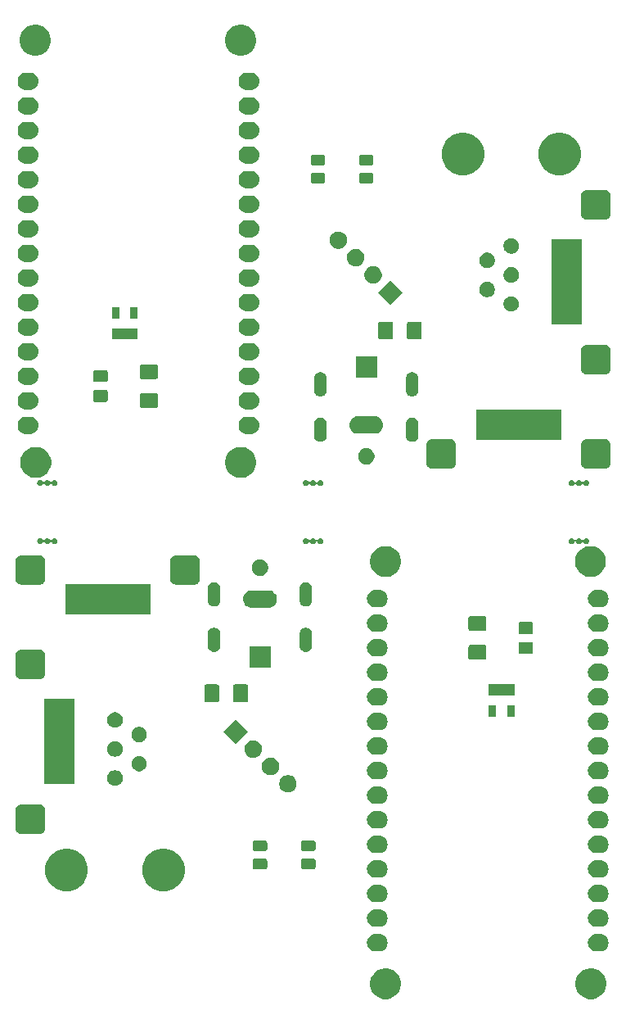
<source format=gbr>
G04 #@! TF.GenerationSoftware,KiCad,Pcbnew,5.1.5-52549c5~86~ubuntu18.04.1*
G04 #@! TF.CreationDate,2020-04-27T18:24:23+01:00*
G04 #@! TF.ProjectId,polariser_drive,706f6c61-7269-4736-9572-5f6472697665,rev?*
G04 #@! TF.SameCoordinates,Original*
G04 #@! TF.FileFunction,Soldermask,Top*
G04 #@! TF.FilePolarity,Negative*
%FSLAX46Y46*%
G04 Gerber Fmt 4.6, Leading zero omitted, Abs format (unit mm)*
G04 Created by KiCad (PCBNEW 5.1.5-52549c5~86~ubuntu18.04.1) date 2020-04-27 18:24:23*
%MOMM*%
%LPD*%
G04 APERTURE LIST*
%ADD10C,0.100000*%
G04 APERTURE END LIST*
D10*
G36*
X110716703Y-133211486D02*
G01*
X111007883Y-133332097D01*
X111269940Y-133507198D01*
X111492802Y-133730060D01*
X111667903Y-133992117D01*
X111788514Y-134283297D01*
X111850000Y-134592412D01*
X111850000Y-134907588D01*
X111788514Y-135216703D01*
X111667903Y-135507883D01*
X111492802Y-135769940D01*
X111269940Y-135992802D01*
X111007883Y-136167903D01*
X110716703Y-136288514D01*
X110407588Y-136350000D01*
X110092412Y-136350000D01*
X109783297Y-136288514D01*
X109492117Y-136167903D01*
X109230060Y-135992802D01*
X109007198Y-135769940D01*
X108832097Y-135507883D01*
X108711486Y-135216703D01*
X108650000Y-134907588D01*
X108650000Y-134592412D01*
X108711486Y-134283297D01*
X108832097Y-133992117D01*
X109007198Y-133730060D01*
X109230060Y-133507198D01*
X109492117Y-133332097D01*
X109783297Y-133211486D01*
X110092412Y-133150000D01*
X110407588Y-133150000D01*
X110716703Y-133211486D01*
G37*
G36*
X89466703Y-133211486D02*
G01*
X89757883Y-133332097D01*
X90019940Y-133507198D01*
X90242802Y-133730060D01*
X90417903Y-133992117D01*
X90538514Y-134283297D01*
X90600000Y-134592412D01*
X90600000Y-134907588D01*
X90538514Y-135216703D01*
X90417903Y-135507883D01*
X90242802Y-135769940D01*
X90019940Y-135992802D01*
X89757883Y-136167903D01*
X89466703Y-136288514D01*
X89157588Y-136350000D01*
X88842412Y-136350000D01*
X88533297Y-136288514D01*
X88242117Y-136167903D01*
X87980060Y-135992802D01*
X87757198Y-135769940D01*
X87582097Y-135507883D01*
X87461486Y-135216703D01*
X87400000Y-134907588D01*
X87400000Y-134592412D01*
X87461486Y-134283297D01*
X87582097Y-133992117D01*
X87757198Y-133730060D01*
X87980060Y-133507198D01*
X88242117Y-133332097D01*
X88533297Y-133211486D01*
X88842412Y-133150000D01*
X89157588Y-133150000D01*
X89466703Y-133211486D01*
G37*
G36*
X88471694Y-129598633D02*
G01*
X88644095Y-129650931D01*
X88802983Y-129735858D01*
X88942249Y-129850151D01*
X89056542Y-129989417D01*
X89141469Y-130148305D01*
X89193767Y-130320706D01*
X89211425Y-130500000D01*
X89193767Y-130679294D01*
X89141469Y-130851695D01*
X89056542Y-131010583D01*
X88942249Y-131149849D01*
X88802983Y-131264142D01*
X88644095Y-131349069D01*
X88471694Y-131401367D01*
X88337331Y-131414600D01*
X87942669Y-131414600D01*
X87808306Y-131401367D01*
X87635905Y-131349069D01*
X87477017Y-131264142D01*
X87337751Y-131149849D01*
X87223458Y-131010583D01*
X87138531Y-130851695D01*
X87086233Y-130679294D01*
X87068575Y-130500000D01*
X87086233Y-130320706D01*
X87138531Y-130148305D01*
X87223458Y-129989417D01*
X87337751Y-129850151D01*
X87477017Y-129735858D01*
X87635905Y-129650931D01*
X87808306Y-129598633D01*
X87942669Y-129585400D01*
X88337331Y-129585400D01*
X88471694Y-129598633D01*
G37*
G36*
X111331694Y-129598633D02*
G01*
X111504095Y-129650931D01*
X111662983Y-129735858D01*
X111802249Y-129850151D01*
X111916542Y-129989417D01*
X112001469Y-130148305D01*
X112053767Y-130320706D01*
X112071425Y-130500000D01*
X112053767Y-130679294D01*
X112001469Y-130851695D01*
X111916542Y-131010583D01*
X111802249Y-131149849D01*
X111662983Y-131264142D01*
X111504095Y-131349069D01*
X111331694Y-131401367D01*
X111197331Y-131414600D01*
X110802669Y-131414600D01*
X110668306Y-131401367D01*
X110495905Y-131349069D01*
X110337017Y-131264142D01*
X110197751Y-131149849D01*
X110083458Y-131010583D01*
X109998531Y-130851695D01*
X109946233Y-130679294D01*
X109928575Y-130500000D01*
X109946233Y-130320706D01*
X109998531Y-130148305D01*
X110083458Y-129989417D01*
X110197751Y-129850151D01*
X110337017Y-129735858D01*
X110495905Y-129650931D01*
X110668306Y-129598633D01*
X110802669Y-129585400D01*
X111197331Y-129585400D01*
X111331694Y-129598633D01*
G37*
G36*
X88471694Y-127058633D02*
G01*
X88644095Y-127110931D01*
X88802983Y-127195858D01*
X88942249Y-127310151D01*
X89056542Y-127449417D01*
X89141469Y-127608305D01*
X89193767Y-127780706D01*
X89211425Y-127960000D01*
X89193767Y-128139294D01*
X89141469Y-128311695D01*
X89056542Y-128470583D01*
X88942249Y-128609849D01*
X88802983Y-128724142D01*
X88644095Y-128809069D01*
X88471694Y-128861367D01*
X88337331Y-128874600D01*
X87942669Y-128874600D01*
X87808306Y-128861367D01*
X87635905Y-128809069D01*
X87477017Y-128724142D01*
X87337751Y-128609849D01*
X87223458Y-128470583D01*
X87138531Y-128311695D01*
X87086233Y-128139294D01*
X87068575Y-127960000D01*
X87086233Y-127780706D01*
X87138531Y-127608305D01*
X87223458Y-127449417D01*
X87337751Y-127310151D01*
X87477017Y-127195858D01*
X87635905Y-127110931D01*
X87808306Y-127058633D01*
X87942669Y-127045400D01*
X88337331Y-127045400D01*
X88471694Y-127058633D01*
G37*
G36*
X111331694Y-127058633D02*
G01*
X111504095Y-127110931D01*
X111662983Y-127195858D01*
X111802249Y-127310151D01*
X111916542Y-127449417D01*
X112001469Y-127608305D01*
X112053767Y-127780706D01*
X112071425Y-127960000D01*
X112053767Y-128139294D01*
X112001469Y-128311695D01*
X111916542Y-128470583D01*
X111802249Y-128609849D01*
X111662983Y-128724142D01*
X111504095Y-128809069D01*
X111331694Y-128861367D01*
X111197331Y-128874600D01*
X110802669Y-128874600D01*
X110668306Y-128861367D01*
X110495905Y-128809069D01*
X110337017Y-128724142D01*
X110197751Y-128609849D01*
X110083458Y-128470583D01*
X109998531Y-128311695D01*
X109946233Y-128139294D01*
X109928575Y-127960000D01*
X109946233Y-127780706D01*
X109998531Y-127608305D01*
X110083458Y-127449417D01*
X110197751Y-127310151D01*
X110337017Y-127195858D01*
X110495905Y-127110931D01*
X110668306Y-127058633D01*
X110802669Y-127045400D01*
X111197331Y-127045400D01*
X111331694Y-127058633D01*
G37*
G36*
X88471694Y-124518633D02*
G01*
X88644095Y-124570931D01*
X88802983Y-124655858D01*
X88942249Y-124770151D01*
X89056542Y-124909417D01*
X89141469Y-125068305D01*
X89193767Y-125240706D01*
X89211425Y-125420000D01*
X89193767Y-125599294D01*
X89141469Y-125771695D01*
X89056542Y-125930583D01*
X88942249Y-126069849D01*
X88802983Y-126184142D01*
X88644095Y-126269069D01*
X88471694Y-126321367D01*
X88337331Y-126334600D01*
X87942669Y-126334600D01*
X87808306Y-126321367D01*
X87635905Y-126269069D01*
X87477017Y-126184142D01*
X87337751Y-126069849D01*
X87223458Y-125930583D01*
X87138531Y-125771695D01*
X87086233Y-125599294D01*
X87068575Y-125420000D01*
X87086233Y-125240706D01*
X87138531Y-125068305D01*
X87223458Y-124909417D01*
X87337751Y-124770151D01*
X87477017Y-124655858D01*
X87635905Y-124570931D01*
X87808306Y-124518633D01*
X87942669Y-124505400D01*
X88337331Y-124505400D01*
X88471694Y-124518633D01*
G37*
G36*
X111331694Y-124518633D02*
G01*
X111504095Y-124570931D01*
X111662983Y-124655858D01*
X111802249Y-124770151D01*
X111916542Y-124909417D01*
X112001469Y-125068305D01*
X112053767Y-125240706D01*
X112071425Y-125420000D01*
X112053767Y-125599294D01*
X112001469Y-125771695D01*
X111916542Y-125930583D01*
X111802249Y-126069849D01*
X111662983Y-126184142D01*
X111504095Y-126269069D01*
X111331694Y-126321367D01*
X111197331Y-126334600D01*
X110802669Y-126334600D01*
X110668306Y-126321367D01*
X110495905Y-126269069D01*
X110337017Y-126184142D01*
X110197751Y-126069849D01*
X110083458Y-125930583D01*
X109998531Y-125771695D01*
X109946233Y-125599294D01*
X109928575Y-125420000D01*
X109946233Y-125240706D01*
X109998531Y-125068305D01*
X110083458Y-124909417D01*
X110197751Y-124770151D01*
X110337017Y-124655858D01*
X110495905Y-124570931D01*
X110668306Y-124518633D01*
X110802669Y-124505400D01*
X111197331Y-124505400D01*
X111331694Y-124518633D01*
G37*
G36*
X56642007Y-120883582D02*
G01*
X57042563Y-121049498D01*
X57042565Y-121049499D01*
X57403056Y-121290371D01*
X57709629Y-121596944D01*
X57910442Y-121897483D01*
X57950502Y-121957437D01*
X58116418Y-122357993D01*
X58201000Y-122783219D01*
X58201000Y-123216781D01*
X58116418Y-123642007D01*
X57950502Y-124042563D01*
X57950501Y-124042565D01*
X57709629Y-124403056D01*
X57403056Y-124709629D01*
X57042565Y-124950501D01*
X57042564Y-124950502D01*
X57042563Y-124950502D01*
X56642007Y-125116418D01*
X56216781Y-125201000D01*
X55783219Y-125201000D01*
X55357993Y-125116418D01*
X54957437Y-124950502D01*
X54957436Y-124950502D01*
X54957435Y-124950501D01*
X54596944Y-124709629D01*
X54290371Y-124403056D01*
X54049499Y-124042565D01*
X54049498Y-124042563D01*
X53883582Y-123642007D01*
X53799000Y-123216781D01*
X53799000Y-122783219D01*
X53883582Y-122357993D01*
X54049498Y-121957437D01*
X54089558Y-121897483D01*
X54290371Y-121596944D01*
X54596944Y-121290371D01*
X54957435Y-121049499D01*
X54957437Y-121049498D01*
X55357993Y-120883582D01*
X55783219Y-120799000D01*
X56216781Y-120799000D01*
X56642007Y-120883582D01*
G37*
G36*
X66642007Y-120883582D02*
G01*
X67042563Y-121049498D01*
X67042565Y-121049499D01*
X67403056Y-121290371D01*
X67709629Y-121596944D01*
X67910442Y-121897483D01*
X67950502Y-121957437D01*
X68116418Y-122357993D01*
X68201000Y-122783219D01*
X68201000Y-123216781D01*
X68116418Y-123642007D01*
X67950502Y-124042563D01*
X67950501Y-124042565D01*
X67709629Y-124403056D01*
X67403056Y-124709629D01*
X67042565Y-124950501D01*
X67042564Y-124950502D01*
X67042563Y-124950502D01*
X66642007Y-125116418D01*
X66216781Y-125201000D01*
X65783219Y-125201000D01*
X65357993Y-125116418D01*
X64957437Y-124950502D01*
X64957436Y-124950502D01*
X64957435Y-124950501D01*
X64596944Y-124709629D01*
X64290371Y-124403056D01*
X64049499Y-124042565D01*
X64049498Y-124042563D01*
X63883582Y-123642007D01*
X63799000Y-123216781D01*
X63799000Y-122783219D01*
X63883582Y-122357993D01*
X64049498Y-121957437D01*
X64089558Y-121897483D01*
X64290371Y-121596944D01*
X64596944Y-121290371D01*
X64957435Y-121049499D01*
X64957437Y-121049498D01*
X65357993Y-120883582D01*
X65783219Y-120799000D01*
X66216781Y-120799000D01*
X66642007Y-120883582D01*
G37*
G36*
X111331694Y-121978633D02*
G01*
X111504095Y-122030931D01*
X111662983Y-122115858D01*
X111802249Y-122230151D01*
X111916542Y-122369417D01*
X112001469Y-122528305D01*
X112053767Y-122700706D01*
X112071425Y-122880000D01*
X112053767Y-123059294D01*
X112001469Y-123231695D01*
X111916542Y-123390583D01*
X111802249Y-123529849D01*
X111662983Y-123644142D01*
X111504095Y-123729069D01*
X111331694Y-123781367D01*
X111197331Y-123794600D01*
X110802669Y-123794600D01*
X110668306Y-123781367D01*
X110495905Y-123729069D01*
X110337017Y-123644142D01*
X110197751Y-123529849D01*
X110083458Y-123390583D01*
X109998531Y-123231695D01*
X109946233Y-123059294D01*
X109928575Y-122880000D01*
X109946233Y-122700706D01*
X109998531Y-122528305D01*
X110083458Y-122369417D01*
X110197751Y-122230151D01*
X110337017Y-122115858D01*
X110495905Y-122030931D01*
X110668306Y-121978633D01*
X110802669Y-121965400D01*
X111197331Y-121965400D01*
X111331694Y-121978633D01*
G37*
G36*
X88471694Y-121978633D02*
G01*
X88644095Y-122030931D01*
X88802983Y-122115858D01*
X88942249Y-122230151D01*
X89056542Y-122369417D01*
X89141469Y-122528305D01*
X89193767Y-122700706D01*
X89211425Y-122880000D01*
X89193767Y-123059294D01*
X89141469Y-123231695D01*
X89056542Y-123390583D01*
X88942249Y-123529849D01*
X88802983Y-123644142D01*
X88644095Y-123729069D01*
X88471694Y-123781367D01*
X88337331Y-123794600D01*
X87942669Y-123794600D01*
X87808306Y-123781367D01*
X87635905Y-123729069D01*
X87477017Y-123644142D01*
X87337751Y-123529849D01*
X87223458Y-123390583D01*
X87138531Y-123231695D01*
X87086233Y-123059294D01*
X87068575Y-122880000D01*
X87086233Y-122700706D01*
X87138531Y-122528305D01*
X87223458Y-122369417D01*
X87337751Y-122230151D01*
X87477017Y-122115858D01*
X87635905Y-122030931D01*
X87808306Y-121978633D01*
X87942669Y-121965400D01*
X88337331Y-121965400D01*
X88471694Y-121978633D01*
G37*
G36*
X76584468Y-121841065D02*
G01*
X76623138Y-121852796D01*
X76658777Y-121871846D01*
X76690017Y-121897483D01*
X76715654Y-121928723D01*
X76734704Y-121964362D01*
X76746435Y-122003032D01*
X76751000Y-122049388D01*
X76751000Y-122700612D01*
X76746435Y-122746968D01*
X76734704Y-122785638D01*
X76715654Y-122821277D01*
X76690017Y-122852517D01*
X76658777Y-122878154D01*
X76623138Y-122897204D01*
X76584468Y-122908935D01*
X76538112Y-122913500D01*
X75461888Y-122913500D01*
X75415532Y-122908935D01*
X75376862Y-122897204D01*
X75341223Y-122878154D01*
X75309983Y-122852517D01*
X75284346Y-122821277D01*
X75265296Y-122785638D01*
X75253565Y-122746968D01*
X75249000Y-122700612D01*
X75249000Y-122049388D01*
X75253565Y-122003032D01*
X75265296Y-121964362D01*
X75284346Y-121928723D01*
X75309983Y-121897483D01*
X75341223Y-121871846D01*
X75376862Y-121852796D01*
X75415532Y-121841065D01*
X75461888Y-121836500D01*
X76538112Y-121836500D01*
X76584468Y-121841065D01*
G37*
G36*
X81584468Y-121841065D02*
G01*
X81623138Y-121852796D01*
X81658777Y-121871846D01*
X81690017Y-121897483D01*
X81715654Y-121928723D01*
X81734704Y-121964362D01*
X81746435Y-122003032D01*
X81751000Y-122049388D01*
X81751000Y-122700612D01*
X81746435Y-122746968D01*
X81734704Y-122785638D01*
X81715654Y-122821277D01*
X81690017Y-122852517D01*
X81658777Y-122878154D01*
X81623138Y-122897204D01*
X81584468Y-122908935D01*
X81538112Y-122913500D01*
X80461888Y-122913500D01*
X80415532Y-122908935D01*
X80376862Y-122897204D01*
X80341223Y-122878154D01*
X80309983Y-122852517D01*
X80284346Y-122821277D01*
X80265296Y-122785638D01*
X80253565Y-122746968D01*
X80249000Y-122700612D01*
X80249000Y-122049388D01*
X80253565Y-122003032D01*
X80265296Y-121964362D01*
X80284346Y-121928723D01*
X80309983Y-121897483D01*
X80341223Y-121871846D01*
X80376862Y-121852796D01*
X80415532Y-121841065D01*
X80461888Y-121836500D01*
X81538112Y-121836500D01*
X81584468Y-121841065D01*
G37*
G36*
X111331694Y-119438633D02*
G01*
X111504095Y-119490931D01*
X111662983Y-119575858D01*
X111802249Y-119690151D01*
X111916542Y-119829417D01*
X112001469Y-119988305D01*
X112053767Y-120160706D01*
X112071425Y-120340000D01*
X112053767Y-120519294D01*
X112001469Y-120691695D01*
X111916542Y-120850583D01*
X111802249Y-120989849D01*
X111662983Y-121104142D01*
X111504095Y-121189069D01*
X111331694Y-121241367D01*
X111197331Y-121254600D01*
X110802669Y-121254600D01*
X110668306Y-121241367D01*
X110495905Y-121189069D01*
X110337017Y-121104142D01*
X110197751Y-120989849D01*
X110083458Y-120850583D01*
X109998531Y-120691695D01*
X109946233Y-120519294D01*
X109928575Y-120340000D01*
X109946233Y-120160706D01*
X109998531Y-119988305D01*
X110083458Y-119829417D01*
X110197751Y-119690151D01*
X110337017Y-119575858D01*
X110495905Y-119490931D01*
X110668306Y-119438633D01*
X110802669Y-119425400D01*
X111197331Y-119425400D01*
X111331694Y-119438633D01*
G37*
G36*
X88471694Y-119438633D02*
G01*
X88644095Y-119490931D01*
X88802983Y-119575858D01*
X88942249Y-119690151D01*
X89056542Y-119829417D01*
X89141469Y-119988305D01*
X89193767Y-120160706D01*
X89211425Y-120340000D01*
X89193767Y-120519294D01*
X89141469Y-120691695D01*
X89056542Y-120850583D01*
X88942249Y-120989849D01*
X88802983Y-121104142D01*
X88644095Y-121189069D01*
X88471694Y-121241367D01*
X88337331Y-121254600D01*
X87942669Y-121254600D01*
X87808306Y-121241367D01*
X87635905Y-121189069D01*
X87477017Y-121104142D01*
X87337751Y-120989849D01*
X87223458Y-120850583D01*
X87138531Y-120691695D01*
X87086233Y-120519294D01*
X87068575Y-120340000D01*
X87086233Y-120160706D01*
X87138531Y-119988305D01*
X87223458Y-119829417D01*
X87337751Y-119690151D01*
X87477017Y-119575858D01*
X87635905Y-119490931D01*
X87808306Y-119438633D01*
X87942669Y-119425400D01*
X88337331Y-119425400D01*
X88471694Y-119438633D01*
G37*
G36*
X76584468Y-119966065D02*
G01*
X76623138Y-119977796D01*
X76658777Y-119996846D01*
X76690017Y-120022483D01*
X76715654Y-120053723D01*
X76734704Y-120089362D01*
X76746435Y-120128032D01*
X76751000Y-120174388D01*
X76751000Y-120825612D01*
X76746435Y-120871968D01*
X76734704Y-120910638D01*
X76715654Y-120946277D01*
X76690017Y-120977517D01*
X76658777Y-121003154D01*
X76623138Y-121022204D01*
X76584468Y-121033935D01*
X76538112Y-121038500D01*
X75461888Y-121038500D01*
X75415532Y-121033935D01*
X75376862Y-121022204D01*
X75341223Y-121003154D01*
X75309983Y-120977517D01*
X75284346Y-120946277D01*
X75265296Y-120910638D01*
X75253565Y-120871968D01*
X75249000Y-120825612D01*
X75249000Y-120174388D01*
X75253565Y-120128032D01*
X75265296Y-120089362D01*
X75284346Y-120053723D01*
X75309983Y-120022483D01*
X75341223Y-119996846D01*
X75376862Y-119977796D01*
X75415532Y-119966065D01*
X75461888Y-119961500D01*
X76538112Y-119961500D01*
X76584468Y-119966065D01*
G37*
G36*
X81584468Y-119966065D02*
G01*
X81623138Y-119977796D01*
X81658777Y-119996846D01*
X81690017Y-120022483D01*
X81715654Y-120053723D01*
X81734704Y-120089362D01*
X81746435Y-120128032D01*
X81751000Y-120174388D01*
X81751000Y-120825612D01*
X81746435Y-120871968D01*
X81734704Y-120910638D01*
X81715654Y-120946277D01*
X81690017Y-120977517D01*
X81658777Y-121003154D01*
X81623138Y-121022204D01*
X81584468Y-121033935D01*
X81538112Y-121038500D01*
X80461888Y-121038500D01*
X80415532Y-121033935D01*
X80376862Y-121022204D01*
X80341223Y-121003154D01*
X80309983Y-120977517D01*
X80284346Y-120946277D01*
X80265296Y-120910638D01*
X80253565Y-120871968D01*
X80249000Y-120825612D01*
X80249000Y-120174388D01*
X80253565Y-120128032D01*
X80265296Y-120089362D01*
X80284346Y-120053723D01*
X80309983Y-120022483D01*
X80341223Y-119996846D01*
X80376862Y-119977796D01*
X80415532Y-119966065D01*
X80461888Y-119961500D01*
X81538112Y-119961500D01*
X81584468Y-119966065D01*
G37*
G36*
X53226979Y-116213293D02*
G01*
X53360625Y-116253834D01*
X53483784Y-116319664D01*
X53591740Y-116408260D01*
X53680336Y-116516216D01*
X53746166Y-116639375D01*
X53786707Y-116773021D01*
X53801000Y-116918140D01*
X53801000Y-118581860D01*
X53786707Y-118726979D01*
X53746166Y-118860625D01*
X53680336Y-118983784D01*
X53591740Y-119091740D01*
X53483784Y-119180336D01*
X53360625Y-119246166D01*
X53226979Y-119286707D01*
X53081860Y-119301000D01*
X51418140Y-119301000D01*
X51273021Y-119286707D01*
X51139375Y-119246166D01*
X51016216Y-119180336D01*
X50908260Y-119091740D01*
X50819664Y-118983784D01*
X50753834Y-118860625D01*
X50713293Y-118726979D01*
X50699000Y-118581860D01*
X50699000Y-116918140D01*
X50713293Y-116773021D01*
X50753834Y-116639375D01*
X50819664Y-116516216D01*
X50908260Y-116408260D01*
X51016216Y-116319664D01*
X51139375Y-116253834D01*
X51273021Y-116213293D01*
X51418140Y-116199000D01*
X53081860Y-116199000D01*
X53226979Y-116213293D01*
G37*
G36*
X111331694Y-116898633D02*
G01*
X111504095Y-116950931D01*
X111662983Y-117035858D01*
X111802249Y-117150151D01*
X111916542Y-117289417D01*
X112001469Y-117448305D01*
X112053767Y-117620706D01*
X112071425Y-117800000D01*
X112053767Y-117979294D01*
X112001469Y-118151695D01*
X111916542Y-118310583D01*
X111802249Y-118449849D01*
X111662983Y-118564142D01*
X111504095Y-118649069D01*
X111331694Y-118701367D01*
X111197331Y-118714600D01*
X110802669Y-118714600D01*
X110668306Y-118701367D01*
X110495905Y-118649069D01*
X110337017Y-118564142D01*
X110197751Y-118449849D01*
X110083458Y-118310583D01*
X109998531Y-118151695D01*
X109946233Y-117979294D01*
X109928575Y-117800000D01*
X109946233Y-117620706D01*
X109998531Y-117448305D01*
X110083458Y-117289417D01*
X110197751Y-117150151D01*
X110337017Y-117035858D01*
X110495905Y-116950931D01*
X110668306Y-116898633D01*
X110802669Y-116885400D01*
X111197331Y-116885400D01*
X111331694Y-116898633D01*
G37*
G36*
X88471694Y-116898633D02*
G01*
X88644095Y-116950931D01*
X88802983Y-117035858D01*
X88942249Y-117150151D01*
X89056542Y-117289417D01*
X89141469Y-117448305D01*
X89193767Y-117620706D01*
X89211425Y-117800000D01*
X89193767Y-117979294D01*
X89141469Y-118151695D01*
X89056542Y-118310583D01*
X88942249Y-118449849D01*
X88802983Y-118564142D01*
X88644095Y-118649069D01*
X88471694Y-118701367D01*
X88337331Y-118714600D01*
X87942669Y-118714600D01*
X87808306Y-118701367D01*
X87635905Y-118649069D01*
X87477017Y-118564142D01*
X87337751Y-118449849D01*
X87223458Y-118310583D01*
X87138531Y-118151695D01*
X87086233Y-117979294D01*
X87068575Y-117800000D01*
X87086233Y-117620706D01*
X87138531Y-117448305D01*
X87223458Y-117289417D01*
X87337751Y-117150151D01*
X87477017Y-117035858D01*
X87635905Y-116950931D01*
X87808306Y-116898633D01*
X87942669Y-116885400D01*
X88337331Y-116885400D01*
X88471694Y-116898633D01*
G37*
G36*
X111331694Y-114358633D02*
G01*
X111504095Y-114410931D01*
X111662983Y-114495858D01*
X111802249Y-114610151D01*
X111916542Y-114749417D01*
X112001469Y-114908305D01*
X112053767Y-115080706D01*
X112071425Y-115260000D01*
X112053767Y-115439294D01*
X112001469Y-115611695D01*
X111916542Y-115770583D01*
X111802249Y-115909849D01*
X111662983Y-116024142D01*
X111504095Y-116109069D01*
X111331694Y-116161367D01*
X111197331Y-116174600D01*
X110802669Y-116174600D01*
X110668306Y-116161367D01*
X110495905Y-116109069D01*
X110337017Y-116024142D01*
X110197751Y-115909849D01*
X110083458Y-115770583D01*
X109998531Y-115611695D01*
X109946233Y-115439294D01*
X109928575Y-115260000D01*
X109946233Y-115080706D01*
X109998531Y-114908305D01*
X110083458Y-114749417D01*
X110197751Y-114610151D01*
X110337017Y-114495858D01*
X110495905Y-114410931D01*
X110668306Y-114358633D01*
X110802669Y-114345400D01*
X111197331Y-114345400D01*
X111331694Y-114358633D01*
G37*
G36*
X88471694Y-114358633D02*
G01*
X88644095Y-114410931D01*
X88802983Y-114495858D01*
X88942249Y-114610151D01*
X89056542Y-114749417D01*
X89141469Y-114908305D01*
X89193767Y-115080706D01*
X89211425Y-115260000D01*
X89193767Y-115439294D01*
X89141469Y-115611695D01*
X89056542Y-115770583D01*
X88942249Y-115909849D01*
X88802983Y-116024142D01*
X88644095Y-116109069D01*
X88471694Y-116161367D01*
X88337331Y-116174600D01*
X87942669Y-116174600D01*
X87808306Y-116161367D01*
X87635905Y-116109069D01*
X87477017Y-116024142D01*
X87337751Y-115909849D01*
X87223458Y-115770583D01*
X87138531Y-115611695D01*
X87086233Y-115439294D01*
X87068575Y-115260000D01*
X87086233Y-115080706D01*
X87138531Y-114908305D01*
X87223458Y-114749417D01*
X87337751Y-114610151D01*
X87477017Y-114495858D01*
X87635905Y-114410931D01*
X87808306Y-114358633D01*
X87942669Y-114345400D01*
X88337331Y-114345400D01*
X88471694Y-114358633D01*
G37*
G36*
X79001666Y-113196030D02*
G01*
X79150966Y-113225727D01*
X79314938Y-113293647D01*
X79462508Y-113392250D01*
X79588007Y-113517749D01*
X79686610Y-113665319D01*
X79754530Y-113829291D01*
X79789154Y-114003362D01*
X79789154Y-114180844D01*
X79754530Y-114354915D01*
X79686610Y-114518887D01*
X79588007Y-114666457D01*
X79462508Y-114791956D01*
X79314938Y-114890559D01*
X79150966Y-114958479D01*
X79001666Y-114988176D01*
X78976896Y-114993103D01*
X78799412Y-114993103D01*
X78774642Y-114988176D01*
X78625342Y-114958479D01*
X78461370Y-114890559D01*
X78313800Y-114791956D01*
X78188301Y-114666457D01*
X78089698Y-114518887D01*
X78021778Y-114354915D01*
X77987154Y-114180844D01*
X77987154Y-114003362D01*
X78021778Y-113829291D01*
X78089698Y-113665319D01*
X78188301Y-113517749D01*
X78313800Y-113392250D01*
X78461370Y-113293647D01*
X78625342Y-113225727D01*
X78774642Y-113196030D01*
X78799412Y-113191103D01*
X78976896Y-113191103D01*
X79001666Y-113196030D01*
G37*
G36*
X61233642Y-112729781D02*
G01*
X61379414Y-112790162D01*
X61379416Y-112790163D01*
X61510608Y-112877822D01*
X61622178Y-112989392D01*
X61677171Y-113071696D01*
X61709838Y-113120586D01*
X61770219Y-113266358D01*
X61801000Y-113421107D01*
X61801000Y-113578893D01*
X61770219Y-113733642D01*
X61730599Y-113829292D01*
X61709837Y-113879416D01*
X61622178Y-114010608D01*
X61510608Y-114122178D01*
X61379416Y-114209837D01*
X61379415Y-114209838D01*
X61379414Y-114209838D01*
X61233642Y-114270219D01*
X61078893Y-114301000D01*
X60921107Y-114301000D01*
X60766358Y-114270219D01*
X60620586Y-114209838D01*
X60620585Y-114209838D01*
X60620584Y-114209837D01*
X60489392Y-114122178D01*
X60377822Y-114010608D01*
X60290163Y-113879416D01*
X60269401Y-113829292D01*
X60229781Y-113733642D01*
X60199000Y-113578893D01*
X60199000Y-113421107D01*
X60229781Y-113266358D01*
X60290162Y-113120586D01*
X60322829Y-113071696D01*
X60377822Y-112989392D01*
X60489392Y-112877822D01*
X60620584Y-112790163D01*
X60620586Y-112790162D01*
X60766358Y-112729781D01*
X60921107Y-112699000D01*
X61078893Y-112699000D01*
X61233642Y-112729781D01*
G37*
G36*
X56801000Y-114151000D02*
G01*
X53699000Y-114151000D01*
X53699000Y-105349000D01*
X56801000Y-105349000D01*
X56801000Y-114151000D01*
G37*
G36*
X88471694Y-111818633D02*
G01*
X88644095Y-111870931D01*
X88802983Y-111955858D01*
X88942249Y-112070151D01*
X89056542Y-112209417D01*
X89141469Y-112368305D01*
X89193767Y-112540706D01*
X89211425Y-112720000D01*
X89193767Y-112899294D01*
X89141469Y-113071695D01*
X89056542Y-113230583D01*
X88942249Y-113369849D01*
X88802983Y-113484142D01*
X88644095Y-113569069D01*
X88471694Y-113621367D01*
X88337331Y-113634600D01*
X87942669Y-113634600D01*
X87808306Y-113621367D01*
X87635905Y-113569069D01*
X87477017Y-113484142D01*
X87337751Y-113369849D01*
X87223458Y-113230583D01*
X87138531Y-113071695D01*
X87086233Y-112899294D01*
X87068575Y-112720000D01*
X87086233Y-112540706D01*
X87138531Y-112368305D01*
X87223458Y-112209417D01*
X87337751Y-112070151D01*
X87477017Y-111955858D01*
X87635905Y-111870931D01*
X87808306Y-111818633D01*
X87942669Y-111805400D01*
X88337331Y-111805400D01*
X88471694Y-111818633D01*
G37*
G36*
X111331694Y-111818633D02*
G01*
X111504095Y-111870931D01*
X111662983Y-111955858D01*
X111802249Y-112070151D01*
X111916542Y-112209417D01*
X112001469Y-112368305D01*
X112053767Y-112540706D01*
X112071425Y-112720000D01*
X112053767Y-112899294D01*
X112001469Y-113071695D01*
X111916542Y-113230583D01*
X111802249Y-113369849D01*
X111662983Y-113484142D01*
X111504095Y-113569069D01*
X111331694Y-113621367D01*
X111197331Y-113634600D01*
X110802669Y-113634600D01*
X110668306Y-113621367D01*
X110495905Y-113569069D01*
X110337017Y-113484142D01*
X110197751Y-113369849D01*
X110083458Y-113230583D01*
X109998531Y-113071695D01*
X109946233Y-112899294D01*
X109928575Y-112720000D01*
X109946233Y-112540706D01*
X109998531Y-112368305D01*
X110083458Y-112209417D01*
X110197751Y-112070151D01*
X110337017Y-111955858D01*
X110495905Y-111870931D01*
X110668306Y-111818633D01*
X110802669Y-111805400D01*
X111197331Y-111805400D01*
X111331694Y-111818633D01*
G37*
G36*
X77205614Y-111399978D02*
G01*
X77354914Y-111429675D01*
X77518886Y-111497595D01*
X77666456Y-111596198D01*
X77791955Y-111721697D01*
X77890558Y-111869267D01*
X77958478Y-112033239D01*
X77993102Y-112207310D01*
X77993102Y-112384792D01*
X77958478Y-112558863D01*
X77890558Y-112722835D01*
X77791955Y-112870405D01*
X77666456Y-112995904D01*
X77518886Y-113094507D01*
X77354914Y-113162427D01*
X77210746Y-113191103D01*
X77180844Y-113197051D01*
X77003360Y-113197051D01*
X76973458Y-113191103D01*
X76829290Y-113162427D01*
X76665318Y-113094507D01*
X76517748Y-112995904D01*
X76392249Y-112870405D01*
X76293646Y-112722835D01*
X76225726Y-112558863D01*
X76191102Y-112384792D01*
X76191102Y-112207310D01*
X76225726Y-112033239D01*
X76293646Y-111869267D01*
X76392249Y-111721697D01*
X76517748Y-111596198D01*
X76665318Y-111497595D01*
X76829290Y-111429675D01*
X76978590Y-111399978D01*
X77003360Y-111395051D01*
X77180844Y-111395051D01*
X77205614Y-111399978D01*
G37*
G36*
X63733642Y-111229781D02*
G01*
X63879414Y-111290162D01*
X63879416Y-111290163D01*
X64010608Y-111377822D01*
X64122178Y-111489392D01*
X64209837Y-111620584D01*
X64209838Y-111620586D01*
X64270219Y-111766358D01*
X64301000Y-111921107D01*
X64301000Y-112078893D01*
X64270219Y-112233642D01*
X64209838Y-112379414D01*
X64209837Y-112379416D01*
X64122178Y-112510608D01*
X64010608Y-112622178D01*
X63879416Y-112709837D01*
X63879415Y-112709838D01*
X63879414Y-112709838D01*
X63733642Y-112770219D01*
X63578893Y-112801000D01*
X63421107Y-112801000D01*
X63266358Y-112770219D01*
X63120586Y-112709838D01*
X63120585Y-112709838D01*
X63120584Y-112709837D01*
X62989392Y-112622178D01*
X62877822Y-112510608D01*
X62790163Y-112379416D01*
X62790162Y-112379414D01*
X62729781Y-112233642D01*
X62699000Y-112078893D01*
X62699000Y-111921107D01*
X62729781Y-111766358D01*
X62790162Y-111620586D01*
X62790163Y-111620584D01*
X62877822Y-111489392D01*
X62989392Y-111377822D01*
X63120584Y-111290163D01*
X63120586Y-111290162D01*
X63266358Y-111229781D01*
X63421107Y-111199000D01*
X63578893Y-111199000D01*
X63733642Y-111229781D01*
G37*
G36*
X75409563Y-109603927D02*
G01*
X75558863Y-109633624D01*
X75722835Y-109701544D01*
X75870405Y-109800147D01*
X75995904Y-109925646D01*
X76094507Y-110073216D01*
X76162427Y-110237188D01*
X76197051Y-110411259D01*
X76197051Y-110588741D01*
X76162427Y-110762812D01*
X76094507Y-110926784D01*
X75995904Y-111074354D01*
X75870405Y-111199853D01*
X75722835Y-111298456D01*
X75558863Y-111366376D01*
X75414700Y-111395051D01*
X75384793Y-111401000D01*
X75207309Y-111401000D01*
X75177402Y-111395051D01*
X75033239Y-111366376D01*
X74869267Y-111298456D01*
X74721697Y-111199853D01*
X74596198Y-111074354D01*
X74497595Y-110926784D01*
X74429675Y-110762812D01*
X74395051Y-110588741D01*
X74395051Y-110411259D01*
X74429675Y-110237188D01*
X74497595Y-110073216D01*
X74596198Y-109925646D01*
X74721697Y-109800147D01*
X74869267Y-109701544D01*
X75033239Y-109633624D01*
X75182539Y-109603927D01*
X75207309Y-109599000D01*
X75384793Y-109599000D01*
X75409563Y-109603927D01*
G37*
G36*
X61233642Y-109729781D02*
G01*
X61379414Y-109790162D01*
X61379416Y-109790163D01*
X61510608Y-109877822D01*
X61622178Y-109989392D01*
X61629738Y-110000707D01*
X61709838Y-110120586D01*
X61770219Y-110266358D01*
X61801000Y-110421107D01*
X61801000Y-110578893D01*
X61770219Y-110733642D01*
X61709838Y-110879414D01*
X61709837Y-110879416D01*
X61622178Y-111010608D01*
X61510608Y-111122178D01*
X61379416Y-111209837D01*
X61379415Y-111209838D01*
X61379414Y-111209838D01*
X61233642Y-111270219D01*
X61078893Y-111301000D01*
X60921107Y-111301000D01*
X60766358Y-111270219D01*
X60620586Y-111209838D01*
X60620585Y-111209838D01*
X60620584Y-111209837D01*
X60489392Y-111122178D01*
X60377822Y-111010608D01*
X60290163Y-110879416D01*
X60290162Y-110879414D01*
X60229781Y-110733642D01*
X60199000Y-110578893D01*
X60199000Y-110421107D01*
X60229781Y-110266358D01*
X60290162Y-110120586D01*
X60370262Y-110000707D01*
X60377822Y-109989392D01*
X60489392Y-109877822D01*
X60620584Y-109790163D01*
X60620586Y-109790162D01*
X60766358Y-109729781D01*
X60921107Y-109699000D01*
X61078893Y-109699000D01*
X61233642Y-109729781D01*
G37*
G36*
X111331694Y-109278633D02*
G01*
X111504095Y-109330931D01*
X111662983Y-109415858D01*
X111802249Y-109530151D01*
X111916542Y-109669417D01*
X112001469Y-109828305D01*
X112053767Y-110000706D01*
X112071425Y-110180000D01*
X112053767Y-110359294D01*
X112001469Y-110531695D01*
X111916542Y-110690583D01*
X111802249Y-110829849D01*
X111662983Y-110944142D01*
X111504095Y-111029069D01*
X111331694Y-111081367D01*
X111197331Y-111094600D01*
X110802669Y-111094600D01*
X110668306Y-111081367D01*
X110495905Y-111029069D01*
X110337017Y-110944142D01*
X110197751Y-110829849D01*
X110083458Y-110690583D01*
X109998531Y-110531695D01*
X109946233Y-110359294D01*
X109928575Y-110180000D01*
X109946233Y-110000706D01*
X109998531Y-109828305D01*
X110083458Y-109669417D01*
X110197751Y-109530151D01*
X110337017Y-109415858D01*
X110495905Y-109330931D01*
X110668306Y-109278633D01*
X110802669Y-109265400D01*
X111197331Y-109265400D01*
X111331694Y-109278633D01*
G37*
G36*
X88471694Y-109278633D02*
G01*
X88644095Y-109330931D01*
X88802983Y-109415858D01*
X88942249Y-109530151D01*
X89056542Y-109669417D01*
X89141469Y-109828305D01*
X89193767Y-110000706D01*
X89211425Y-110180000D01*
X89193767Y-110359294D01*
X89141469Y-110531695D01*
X89056542Y-110690583D01*
X88942249Y-110829849D01*
X88802983Y-110944142D01*
X88644095Y-111029069D01*
X88471694Y-111081367D01*
X88337331Y-111094600D01*
X87942669Y-111094600D01*
X87808306Y-111081367D01*
X87635905Y-111029069D01*
X87477017Y-110944142D01*
X87337751Y-110829849D01*
X87223458Y-110690583D01*
X87138531Y-110531695D01*
X87086233Y-110359294D01*
X87068575Y-110180000D01*
X87086233Y-110000706D01*
X87138531Y-109828305D01*
X87223458Y-109669417D01*
X87337751Y-109530151D01*
X87477017Y-109415858D01*
X87635905Y-109330931D01*
X87808306Y-109278633D01*
X87942669Y-109265400D01*
X88337331Y-109265400D01*
X88471694Y-109278633D01*
G37*
G36*
X74774206Y-108703949D02*
G01*
X73500000Y-109978155D01*
X72225794Y-108703949D01*
X73500000Y-107429743D01*
X74774206Y-108703949D01*
G37*
G36*
X63733642Y-108229781D02*
G01*
X63878658Y-108289849D01*
X63879416Y-108290163D01*
X64010608Y-108377822D01*
X64122178Y-108489392D01*
X64156906Y-108541367D01*
X64209838Y-108620586D01*
X64270219Y-108766358D01*
X64301000Y-108921107D01*
X64301000Y-109078893D01*
X64270219Y-109233642D01*
X64229920Y-109330931D01*
X64209837Y-109379416D01*
X64122178Y-109510608D01*
X64010608Y-109622178D01*
X63879416Y-109709837D01*
X63879415Y-109709838D01*
X63879414Y-109709838D01*
X63733642Y-109770219D01*
X63578893Y-109801000D01*
X63421107Y-109801000D01*
X63266358Y-109770219D01*
X63120586Y-109709838D01*
X63120585Y-109709838D01*
X63120584Y-109709837D01*
X62989392Y-109622178D01*
X62877822Y-109510608D01*
X62790163Y-109379416D01*
X62770080Y-109330931D01*
X62729781Y-109233642D01*
X62699000Y-109078893D01*
X62699000Y-108921107D01*
X62729781Y-108766358D01*
X62790162Y-108620586D01*
X62843094Y-108541367D01*
X62877822Y-108489392D01*
X62989392Y-108377822D01*
X63120584Y-108290163D01*
X63121342Y-108289849D01*
X63266358Y-108229781D01*
X63421107Y-108199000D01*
X63578893Y-108199000D01*
X63733642Y-108229781D01*
G37*
G36*
X111331694Y-106738633D02*
G01*
X111504095Y-106790931D01*
X111662983Y-106875858D01*
X111802249Y-106990151D01*
X111916542Y-107129417D01*
X112001469Y-107288305D01*
X112053767Y-107460706D01*
X112071425Y-107640000D01*
X112053767Y-107819294D01*
X112001469Y-107991695D01*
X111916542Y-108150583D01*
X111802249Y-108289849D01*
X111662983Y-108404142D01*
X111504095Y-108489069D01*
X111331694Y-108541367D01*
X111197331Y-108554600D01*
X110802669Y-108554600D01*
X110668306Y-108541367D01*
X110495905Y-108489069D01*
X110337017Y-108404142D01*
X110197751Y-108289849D01*
X110083458Y-108150583D01*
X109998531Y-107991695D01*
X109946233Y-107819294D01*
X109928575Y-107640000D01*
X109946233Y-107460706D01*
X109998531Y-107288305D01*
X110083458Y-107129417D01*
X110197751Y-106990151D01*
X110337017Y-106875858D01*
X110495905Y-106790931D01*
X110668306Y-106738633D01*
X110802669Y-106725400D01*
X111197331Y-106725400D01*
X111331694Y-106738633D01*
G37*
G36*
X88471694Y-106738633D02*
G01*
X88644095Y-106790931D01*
X88802983Y-106875858D01*
X88942249Y-106990151D01*
X89056542Y-107129417D01*
X89141469Y-107288305D01*
X89193767Y-107460706D01*
X89211425Y-107640000D01*
X89193767Y-107819294D01*
X89141469Y-107991695D01*
X89056542Y-108150583D01*
X88942249Y-108289849D01*
X88802983Y-108404142D01*
X88644095Y-108489069D01*
X88471694Y-108541367D01*
X88337331Y-108554600D01*
X87942669Y-108554600D01*
X87808306Y-108541367D01*
X87635905Y-108489069D01*
X87477017Y-108404142D01*
X87337751Y-108289849D01*
X87223458Y-108150583D01*
X87138531Y-107991695D01*
X87086233Y-107819294D01*
X87068575Y-107640000D01*
X87086233Y-107460706D01*
X87138531Y-107288305D01*
X87223458Y-107129417D01*
X87337751Y-106990151D01*
X87477017Y-106875858D01*
X87635905Y-106790931D01*
X87808306Y-106738633D01*
X87942669Y-106725400D01*
X88337331Y-106725400D01*
X88471694Y-106738633D01*
G37*
G36*
X61233642Y-106729781D02*
G01*
X61379414Y-106790162D01*
X61379416Y-106790163D01*
X61510608Y-106877822D01*
X61622178Y-106989392D01*
X61709837Y-107120584D01*
X61709838Y-107120586D01*
X61770219Y-107266358D01*
X61801000Y-107421107D01*
X61801000Y-107578893D01*
X61770219Y-107733642D01*
X61709838Y-107879414D01*
X61709837Y-107879416D01*
X61622178Y-108010608D01*
X61510608Y-108122178D01*
X61379416Y-108209837D01*
X61379415Y-108209838D01*
X61379414Y-108209838D01*
X61233642Y-108270219D01*
X61078893Y-108301000D01*
X60921107Y-108301000D01*
X60766358Y-108270219D01*
X60620586Y-108209838D01*
X60620585Y-108209838D01*
X60620584Y-108209837D01*
X60489392Y-108122178D01*
X60377822Y-108010608D01*
X60290163Y-107879416D01*
X60290162Y-107879414D01*
X60229781Y-107733642D01*
X60199000Y-107578893D01*
X60199000Y-107421107D01*
X60229781Y-107266358D01*
X60290162Y-107120586D01*
X60290163Y-107120584D01*
X60377822Y-106989392D01*
X60489392Y-106877822D01*
X60620584Y-106790163D01*
X60620586Y-106790162D01*
X60766358Y-106729781D01*
X60921107Y-106699000D01*
X61078893Y-106699000D01*
X61233642Y-106729781D01*
G37*
G36*
X102326000Y-107181000D02*
G01*
X101574000Y-107181000D01*
X101574000Y-106019000D01*
X102326000Y-106019000D01*
X102326000Y-107181000D01*
G37*
G36*
X100426000Y-107181000D02*
G01*
X99674000Y-107181000D01*
X99674000Y-106019000D01*
X100426000Y-106019000D01*
X100426000Y-107181000D01*
G37*
G36*
X111331694Y-104198633D02*
G01*
X111504095Y-104250931D01*
X111662983Y-104335858D01*
X111802249Y-104450151D01*
X111916542Y-104589417D01*
X112001469Y-104748305D01*
X112053767Y-104920706D01*
X112071425Y-105100000D01*
X112053767Y-105279294D01*
X112001469Y-105451695D01*
X111916542Y-105610583D01*
X111802249Y-105749849D01*
X111662983Y-105864142D01*
X111504095Y-105949069D01*
X111331694Y-106001367D01*
X111197331Y-106014600D01*
X110802669Y-106014600D01*
X110668306Y-106001367D01*
X110495905Y-105949069D01*
X110337017Y-105864142D01*
X110197751Y-105749849D01*
X110083458Y-105610583D01*
X109998531Y-105451695D01*
X109946233Y-105279294D01*
X109928575Y-105100000D01*
X109946233Y-104920706D01*
X109998531Y-104748305D01*
X110083458Y-104589417D01*
X110197751Y-104450151D01*
X110337017Y-104335858D01*
X110495905Y-104250931D01*
X110668306Y-104198633D01*
X110802669Y-104185400D01*
X111197331Y-104185400D01*
X111331694Y-104198633D01*
G37*
G36*
X88471694Y-104198633D02*
G01*
X88644095Y-104250931D01*
X88802983Y-104335858D01*
X88942249Y-104450151D01*
X89056542Y-104589417D01*
X89141469Y-104748305D01*
X89193767Y-104920706D01*
X89211425Y-105100000D01*
X89193767Y-105279294D01*
X89141469Y-105451695D01*
X89056542Y-105610583D01*
X88942249Y-105749849D01*
X88802983Y-105864142D01*
X88644095Y-105949069D01*
X88471694Y-106001367D01*
X88337331Y-106014600D01*
X87942669Y-106014600D01*
X87808306Y-106001367D01*
X87635905Y-105949069D01*
X87477017Y-105864142D01*
X87337751Y-105749849D01*
X87223458Y-105610583D01*
X87138531Y-105451695D01*
X87086233Y-105279294D01*
X87068575Y-105100000D01*
X87086233Y-104920706D01*
X87138531Y-104748305D01*
X87223458Y-104589417D01*
X87337751Y-104450151D01*
X87477017Y-104335858D01*
X87635905Y-104250931D01*
X87808306Y-104198633D01*
X87942669Y-104185400D01*
X88337331Y-104185400D01*
X88471694Y-104198633D01*
G37*
G36*
X74600562Y-103828181D02*
G01*
X74635481Y-103838774D01*
X74667663Y-103855976D01*
X74695873Y-103879127D01*
X74719024Y-103907337D01*
X74736226Y-103939519D01*
X74746819Y-103974438D01*
X74751000Y-104016895D01*
X74751000Y-105483105D01*
X74746819Y-105525562D01*
X74736226Y-105560481D01*
X74719024Y-105592663D01*
X74695873Y-105620873D01*
X74667663Y-105644024D01*
X74635481Y-105661226D01*
X74600562Y-105671819D01*
X74558105Y-105676000D01*
X73416895Y-105676000D01*
X73374438Y-105671819D01*
X73339519Y-105661226D01*
X73307337Y-105644024D01*
X73279127Y-105620873D01*
X73255976Y-105592663D01*
X73238774Y-105560481D01*
X73228181Y-105525562D01*
X73224000Y-105483105D01*
X73224000Y-104016895D01*
X73228181Y-103974438D01*
X73238774Y-103939519D01*
X73255976Y-103907337D01*
X73279127Y-103879127D01*
X73307337Y-103855976D01*
X73339519Y-103838774D01*
X73374438Y-103828181D01*
X73416895Y-103824000D01*
X74558105Y-103824000D01*
X74600562Y-103828181D01*
G37*
G36*
X71625562Y-103828181D02*
G01*
X71660481Y-103838774D01*
X71692663Y-103855976D01*
X71720873Y-103879127D01*
X71744024Y-103907337D01*
X71761226Y-103939519D01*
X71771819Y-103974438D01*
X71776000Y-104016895D01*
X71776000Y-105483105D01*
X71771819Y-105525562D01*
X71761226Y-105560481D01*
X71744024Y-105592663D01*
X71720873Y-105620873D01*
X71692663Y-105644024D01*
X71660481Y-105661226D01*
X71625562Y-105671819D01*
X71583105Y-105676000D01*
X70441895Y-105676000D01*
X70399438Y-105671819D01*
X70364519Y-105661226D01*
X70332337Y-105644024D01*
X70304127Y-105620873D01*
X70280976Y-105592663D01*
X70263774Y-105560481D01*
X70253181Y-105525562D01*
X70249000Y-105483105D01*
X70249000Y-104016895D01*
X70253181Y-103974438D01*
X70263774Y-103939519D01*
X70280976Y-103907337D01*
X70304127Y-103879127D01*
X70332337Y-103855976D01*
X70364519Y-103838774D01*
X70399438Y-103828181D01*
X70441895Y-103824000D01*
X71583105Y-103824000D01*
X71625562Y-103828181D01*
G37*
G36*
X102326000Y-104981000D02*
G01*
X99674000Y-104981000D01*
X99674000Y-103819000D01*
X102326000Y-103819000D01*
X102326000Y-104981000D01*
G37*
G36*
X111331694Y-101658633D02*
G01*
X111504095Y-101710931D01*
X111662983Y-101795858D01*
X111802249Y-101910151D01*
X111916542Y-102049417D01*
X112001469Y-102208305D01*
X112053767Y-102380706D01*
X112071425Y-102560000D01*
X112053767Y-102739294D01*
X112001469Y-102911695D01*
X111916542Y-103070583D01*
X111802249Y-103209849D01*
X111662983Y-103324142D01*
X111504095Y-103409069D01*
X111331694Y-103461367D01*
X111197331Y-103474600D01*
X110802669Y-103474600D01*
X110668306Y-103461367D01*
X110495905Y-103409069D01*
X110337017Y-103324142D01*
X110197751Y-103209849D01*
X110083458Y-103070583D01*
X109998531Y-102911695D01*
X109946233Y-102739294D01*
X109928575Y-102560000D01*
X109946233Y-102380706D01*
X109998531Y-102208305D01*
X110083458Y-102049417D01*
X110197751Y-101910151D01*
X110337017Y-101795858D01*
X110495905Y-101710931D01*
X110668306Y-101658633D01*
X110802669Y-101645400D01*
X111197331Y-101645400D01*
X111331694Y-101658633D01*
G37*
G36*
X88471694Y-101658633D02*
G01*
X88644095Y-101710931D01*
X88802983Y-101795858D01*
X88942249Y-101910151D01*
X89056542Y-102049417D01*
X89141469Y-102208305D01*
X89193767Y-102380706D01*
X89211425Y-102560000D01*
X89193767Y-102739294D01*
X89141469Y-102911695D01*
X89056542Y-103070583D01*
X88942249Y-103209849D01*
X88802983Y-103324142D01*
X88644095Y-103409069D01*
X88471694Y-103461367D01*
X88337331Y-103474600D01*
X87942669Y-103474600D01*
X87808306Y-103461367D01*
X87635905Y-103409069D01*
X87477017Y-103324142D01*
X87337751Y-103209849D01*
X87223458Y-103070583D01*
X87138531Y-102911695D01*
X87086233Y-102739294D01*
X87068575Y-102560000D01*
X87086233Y-102380706D01*
X87138531Y-102208305D01*
X87223458Y-102049417D01*
X87337751Y-101910151D01*
X87477017Y-101795858D01*
X87635905Y-101710931D01*
X87808306Y-101658633D01*
X87942669Y-101645400D01*
X88337331Y-101645400D01*
X88471694Y-101658633D01*
G37*
G36*
X53226979Y-100213293D02*
G01*
X53360625Y-100253834D01*
X53483784Y-100319664D01*
X53591740Y-100408260D01*
X53680336Y-100516216D01*
X53746166Y-100639375D01*
X53786707Y-100773021D01*
X53801000Y-100918140D01*
X53801000Y-102581860D01*
X53786707Y-102726979D01*
X53746166Y-102860625D01*
X53680336Y-102983784D01*
X53591740Y-103091740D01*
X53483784Y-103180336D01*
X53360625Y-103246166D01*
X53226979Y-103286707D01*
X53081860Y-103301000D01*
X51418140Y-103301000D01*
X51273021Y-103286707D01*
X51139375Y-103246166D01*
X51016216Y-103180336D01*
X50908260Y-103091740D01*
X50819664Y-102983784D01*
X50753834Y-102860625D01*
X50713293Y-102726979D01*
X50699000Y-102581860D01*
X50699000Y-100918140D01*
X50713293Y-100773021D01*
X50753834Y-100639375D01*
X50819664Y-100516216D01*
X50908260Y-100408260D01*
X51016216Y-100319664D01*
X51139375Y-100253834D01*
X51273021Y-100213293D01*
X51418140Y-100199000D01*
X53081860Y-100199000D01*
X53226979Y-100213293D01*
G37*
G36*
X77101000Y-102101000D02*
G01*
X74899000Y-102101000D01*
X74899000Y-99899000D01*
X77101000Y-99899000D01*
X77101000Y-102101000D01*
G37*
G36*
X99275562Y-99753181D02*
G01*
X99310481Y-99763774D01*
X99342663Y-99780976D01*
X99370873Y-99804127D01*
X99394024Y-99832337D01*
X99411226Y-99864519D01*
X99421819Y-99899438D01*
X99426000Y-99941895D01*
X99426000Y-101083105D01*
X99421819Y-101125562D01*
X99411226Y-101160481D01*
X99394024Y-101192663D01*
X99370873Y-101220873D01*
X99342663Y-101244024D01*
X99310481Y-101261226D01*
X99275562Y-101271819D01*
X99233105Y-101276000D01*
X97766895Y-101276000D01*
X97724438Y-101271819D01*
X97689519Y-101261226D01*
X97657337Y-101244024D01*
X97629127Y-101220873D01*
X97605976Y-101192663D01*
X97588774Y-101160481D01*
X97578181Y-101125562D01*
X97574000Y-101083105D01*
X97574000Y-99941895D01*
X97578181Y-99899438D01*
X97588774Y-99864519D01*
X97605976Y-99832337D01*
X97629127Y-99804127D01*
X97657337Y-99780976D01*
X97689519Y-99763774D01*
X97724438Y-99753181D01*
X97766895Y-99749000D01*
X99233105Y-99749000D01*
X99275562Y-99753181D01*
G37*
G36*
X111331694Y-99118633D02*
G01*
X111504095Y-99170931D01*
X111662983Y-99255858D01*
X111802249Y-99370151D01*
X111916542Y-99509417D01*
X112001469Y-99668305D01*
X112053767Y-99840706D01*
X112071425Y-100020000D01*
X112053767Y-100199294D01*
X112001469Y-100371695D01*
X111916542Y-100530583D01*
X111802249Y-100669849D01*
X111662983Y-100784142D01*
X111504095Y-100869069D01*
X111331694Y-100921367D01*
X111197331Y-100934600D01*
X110802669Y-100934600D01*
X110668306Y-100921367D01*
X110495905Y-100869069D01*
X110337017Y-100784142D01*
X110197751Y-100669849D01*
X110083458Y-100530583D01*
X109998531Y-100371695D01*
X109946233Y-100199294D01*
X109928575Y-100020000D01*
X109946233Y-99840706D01*
X109998531Y-99668305D01*
X110083458Y-99509417D01*
X110197751Y-99370151D01*
X110337017Y-99255858D01*
X110495905Y-99170931D01*
X110668306Y-99118633D01*
X110802669Y-99105400D01*
X111197331Y-99105400D01*
X111331694Y-99118633D01*
G37*
G36*
X88471694Y-99118633D02*
G01*
X88644095Y-99170931D01*
X88802983Y-99255858D01*
X88942249Y-99370151D01*
X89056542Y-99509417D01*
X89141469Y-99668305D01*
X89193767Y-99840706D01*
X89211425Y-100020000D01*
X89193767Y-100199294D01*
X89141469Y-100371695D01*
X89056542Y-100530583D01*
X88942249Y-100669849D01*
X88802983Y-100784142D01*
X88644095Y-100869069D01*
X88471694Y-100921367D01*
X88337331Y-100934600D01*
X87942669Y-100934600D01*
X87808306Y-100921367D01*
X87635905Y-100869069D01*
X87477017Y-100784142D01*
X87337751Y-100669849D01*
X87223458Y-100530583D01*
X87138531Y-100371695D01*
X87086233Y-100199294D01*
X87068575Y-100020000D01*
X87086233Y-99840706D01*
X87138531Y-99668305D01*
X87223458Y-99509417D01*
X87337751Y-99370151D01*
X87477017Y-99255858D01*
X87635905Y-99170931D01*
X87808306Y-99118633D01*
X87942669Y-99105400D01*
X88337331Y-99105400D01*
X88471694Y-99118633D01*
G37*
G36*
X104088674Y-99428465D02*
G01*
X104126367Y-99439899D01*
X104161103Y-99458466D01*
X104191548Y-99483452D01*
X104216534Y-99513897D01*
X104235101Y-99548633D01*
X104246535Y-99586326D01*
X104251000Y-99631661D01*
X104251000Y-100468339D01*
X104246535Y-100513674D01*
X104235101Y-100551367D01*
X104216534Y-100586103D01*
X104191548Y-100616548D01*
X104161103Y-100641534D01*
X104126367Y-100660101D01*
X104088674Y-100671535D01*
X104043339Y-100676000D01*
X102956661Y-100676000D01*
X102911326Y-100671535D01*
X102873633Y-100660101D01*
X102838897Y-100641534D01*
X102808452Y-100616548D01*
X102783466Y-100586103D01*
X102764899Y-100551367D01*
X102753465Y-100513674D01*
X102749000Y-100468339D01*
X102749000Y-99631661D01*
X102753465Y-99586326D01*
X102764899Y-99548633D01*
X102783466Y-99513897D01*
X102808452Y-99483452D01*
X102838897Y-99458466D01*
X102873633Y-99439899D01*
X102911326Y-99428465D01*
X102956661Y-99424000D01*
X104043339Y-99424000D01*
X104088674Y-99428465D01*
G37*
G36*
X71377618Y-97958420D02*
G01*
X71468404Y-97985960D01*
X71500336Y-97995646D01*
X71613425Y-98056094D01*
X71712554Y-98137446D01*
X71793906Y-98236575D01*
X71854354Y-98349664D01*
X71854355Y-98349668D01*
X71891580Y-98472382D01*
X71901000Y-98568027D01*
X71901000Y-99831973D01*
X71891580Y-99927618D01*
X71887249Y-99941895D01*
X71854354Y-100050336D01*
X71793906Y-100163425D01*
X71712554Y-100262553D01*
X71613424Y-100343906D01*
X71500335Y-100404354D01*
X71487458Y-100408260D01*
X71377617Y-100441580D01*
X71250000Y-100454149D01*
X71122382Y-100441580D01*
X71012541Y-100408260D01*
X70999664Y-100404354D01*
X70886575Y-100343906D01*
X70787447Y-100262554D01*
X70706094Y-100163424D01*
X70645646Y-100050335D01*
X70619648Y-99964631D01*
X70608420Y-99927617D01*
X70599000Y-99831972D01*
X70599001Y-98568027D01*
X70608421Y-98472382D01*
X70645646Y-98349668D01*
X70645647Y-98349664D01*
X70706095Y-98236575D01*
X70787447Y-98137446D01*
X70886576Y-98056094D01*
X70999665Y-97995646D01*
X71031597Y-97985960D01*
X71122383Y-97958420D01*
X71250000Y-97945851D01*
X71377618Y-97958420D01*
G37*
G36*
X80877618Y-97958420D02*
G01*
X80968404Y-97985960D01*
X81000336Y-97995646D01*
X81113425Y-98056094D01*
X81212554Y-98137446D01*
X81293906Y-98236575D01*
X81354354Y-98349664D01*
X81354355Y-98349668D01*
X81391580Y-98472382D01*
X81401000Y-98568027D01*
X81401000Y-99831973D01*
X81391580Y-99927618D01*
X81387249Y-99941895D01*
X81354354Y-100050336D01*
X81293906Y-100163425D01*
X81212554Y-100262553D01*
X81113424Y-100343906D01*
X81000335Y-100404354D01*
X80987458Y-100408260D01*
X80877617Y-100441580D01*
X80750000Y-100454149D01*
X80622382Y-100441580D01*
X80512541Y-100408260D01*
X80499664Y-100404354D01*
X80386575Y-100343906D01*
X80287447Y-100262554D01*
X80206094Y-100163424D01*
X80145646Y-100050335D01*
X80119648Y-99964631D01*
X80108420Y-99927617D01*
X80099000Y-99831972D01*
X80099001Y-98568027D01*
X80108421Y-98472382D01*
X80145646Y-98349668D01*
X80145647Y-98349664D01*
X80206095Y-98236575D01*
X80287447Y-98137446D01*
X80386576Y-98056094D01*
X80499665Y-97995646D01*
X80531597Y-97985960D01*
X80622383Y-97958420D01*
X80750000Y-97945851D01*
X80877618Y-97958420D01*
G37*
G36*
X104088674Y-97378465D02*
G01*
X104126367Y-97389899D01*
X104161103Y-97408466D01*
X104191548Y-97433452D01*
X104216534Y-97463897D01*
X104235101Y-97498633D01*
X104246535Y-97536326D01*
X104251000Y-97581661D01*
X104251000Y-98418339D01*
X104246535Y-98463674D01*
X104235101Y-98501367D01*
X104216534Y-98536103D01*
X104191548Y-98566548D01*
X104161103Y-98591534D01*
X104126367Y-98610101D01*
X104088674Y-98621535D01*
X104043339Y-98626000D01*
X102956661Y-98626000D01*
X102911326Y-98621535D01*
X102873633Y-98610101D01*
X102838897Y-98591534D01*
X102808452Y-98566548D01*
X102783466Y-98536103D01*
X102764899Y-98501367D01*
X102753465Y-98463674D01*
X102749000Y-98418339D01*
X102749000Y-97581661D01*
X102753465Y-97536326D01*
X102764899Y-97498633D01*
X102783466Y-97463897D01*
X102808452Y-97433452D01*
X102838897Y-97408466D01*
X102873633Y-97389899D01*
X102911326Y-97378465D01*
X102956661Y-97374000D01*
X104043339Y-97374000D01*
X104088674Y-97378465D01*
G37*
G36*
X88471694Y-96578633D02*
G01*
X88644095Y-96630931D01*
X88802983Y-96715858D01*
X88942249Y-96830151D01*
X89056542Y-96969417D01*
X89141469Y-97128305D01*
X89193767Y-97300706D01*
X89211425Y-97480000D01*
X89193767Y-97659294D01*
X89141469Y-97831695D01*
X89056542Y-97990583D01*
X88942249Y-98129849D01*
X88802983Y-98244142D01*
X88644095Y-98329069D01*
X88471694Y-98381367D01*
X88337331Y-98394600D01*
X87942669Y-98394600D01*
X87808306Y-98381367D01*
X87635905Y-98329069D01*
X87477017Y-98244142D01*
X87337751Y-98129849D01*
X87223458Y-97990583D01*
X87138531Y-97831695D01*
X87086233Y-97659294D01*
X87068575Y-97480000D01*
X87086233Y-97300706D01*
X87138531Y-97128305D01*
X87223458Y-96969417D01*
X87337751Y-96830151D01*
X87477017Y-96715858D01*
X87635905Y-96630931D01*
X87808306Y-96578633D01*
X87942669Y-96565400D01*
X88337331Y-96565400D01*
X88471694Y-96578633D01*
G37*
G36*
X111331694Y-96578633D02*
G01*
X111504095Y-96630931D01*
X111662983Y-96715858D01*
X111802249Y-96830151D01*
X111916542Y-96969417D01*
X112001469Y-97128305D01*
X112053767Y-97300706D01*
X112071425Y-97480000D01*
X112053767Y-97659294D01*
X112001469Y-97831695D01*
X111916542Y-97990583D01*
X111802249Y-98129849D01*
X111662983Y-98244142D01*
X111504095Y-98329069D01*
X111331694Y-98381367D01*
X111197331Y-98394600D01*
X110802669Y-98394600D01*
X110668306Y-98381367D01*
X110495905Y-98329069D01*
X110337017Y-98244142D01*
X110197751Y-98129849D01*
X110083458Y-97990583D01*
X109998531Y-97831695D01*
X109946233Y-97659294D01*
X109928575Y-97480000D01*
X109946233Y-97300706D01*
X109998531Y-97128305D01*
X110083458Y-96969417D01*
X110197751Y-96830151D01*
X110337017Y-96715858D01*
X110495905Y-96630931D01*
X110668306Y-96578633D01*
X110802669Y-96565400D01*
X111197331Y-96565400D01*
X111331694Y-96578633D01*
G37*
G36*
X99275562Y-96778181D02*
G01*
X99310481Y-96788774D01*
X99342663Y-96805976D01*
X99370873Y-96829127D01*
X99394024Y-96857337D01*
X99411226Y-96889519D01*
X99421819Y-96924438D01*
X99426000Y-96966895D01*
X99426000Y-98108105D01*
X99421819Y-98150562D01*
X99411226Y-98185481D01*
X99394024Y-98217663D01*
X99370873Y-98245873D01*
X99342663Y-98269024D01*
X99310481Y-98286226D01*
X99275562Y-98296819D01*
X99233105Y-98301000D01*
X97766895Y-98301000D01*
X97724438Y-98296819D01*
X97689519Y-98286226D01*
X97657337Y-98269024D01*
X97629127Y-98245873D01*
X97605976Y-98217663D01*
X97588774Y-98185481D01*
X97578181Y-98150562D01*
X97574000Y-98108105D01*
X97574000Y-96966895D01*
X97578181Y-96924438D01*
X97588774Y-96889519D01*
X97605976Y-96857337D01*
X97629127Y-96829127D01*
X97657337Y-96805976D01*
X97689519Y-96788774D01*
X97724438Y-96778181D01*
X97766895Y-96774000D01*
X99233105Y-96774000D01*
X99275562Y-96778181D01*
G37*
G36*
X64651000Y-96551000D02*
G01*
X55849000Y-96551000D01*
X55849000Y-93449000D01*
X64651000Y-93449000D01*
X64651000Y-96551000D01*
G37*
G36*
X76960443Y-94105519D02*
G01*
X77026627Y-94112037D01*
X77196466Y-94163557D01*
X77352991Y-94247222D01*
X77388729Y-94276552D01*
X77490186Y-94359814D01*
X77573448Y-94461271D01*
X77602778Y-94497009D01*
X77686443Y-94653534D01*
X77737963Y-94823373D01*
X77755359Y-95000000D01*
X77737963Y-95176627D01*
X77686443Y-95346466D01*
X77602778Y-95502991D01*
X77573448Y-95538729D01*
X77490186Y-95640186D01*
X77388729Y-95723448D01*
X77352991Y-95752778D01*
X77196466Y-95836443D01*
X77026627Y-95887963D01*
X76960443Y-95894481D01*
X76894260Y-95901000D01*
X75105740Y-95901000D01*
X75039557Y-95894481D01*
X74973373Y-95887963D01*
X74803534Y-95836443D01*
X74647009Y-95752778D01*
X74611271Y-95723448D01*
X74509814Y-95640186D01*
X74426552Y-95538729D01*
X74397222Y-95502991D01*
X74313557Y-95346466D01*
X74262037Y-95176627D01*
X74244641Y-95000000D01*
X74262037Y-94823373D01*
X74313557Y-94653534D01*
X74397222Y-94497009D01*
X74426552Y-94461271D01*
X74509814Y-94359814D01*
X74611271Y-94276552D01*
X74647009Y-94247222D01*
X74803534Y-94163557D01*
X74973373Y-94112037D01*
X75039557Y-94105519D01*
X75105740Y-94099000D01*
X76894260Y-94099000D01*
X76960443Y-94105519D01*
G37*
G36*
X88471694Y-94038633D02*
G01*
X88644095Y-94090931D01*
X88802983Y-94175858D01*
X88942249Y-94290151D01*
X89056542Y-94429417D01*
X89141469Y-94588305D01*
X89193767Y-94760706D01*
X89211425Y-94940000D01*
X89193767Y-95119294D01*
X89141469Y-95291695D01*
X89056542Y-95450583D01*
X88942249Y-95589849D01*
X88802983Y-95704142D01*
X88644095Y-95789069D01*
X88471694Y-95841367D01*
X88337331Y-95854600D01*
X87942669Y-95854600D01*
X87808306Y-95841367D01*
X87635905Y-95789069D01*
X87477017Y-95704142D01*
X87337751Y-95589849D01*
X87223458Y-95450583D01*
X87138531Y-95291695D01*
X87086233Y-95119294D01*
X87068575Y-94940000D01*
X87086233Y-94760706D01*
X87138531Y-94588305D01*
X87223458Y-94429417D01*
X87337751Y-94290151D01*
X87477017Y-94175858D01*
X87635905Y-94090931D01*
X87808306Y-94038633D01*
X87942669Y-94025400D01*
X88337331Y-94025400D01*
X88471694Y-94038633D01*
G37*
G36*
X111331694Y-94038633D02*
G01*
X111504095Y-94090931D01*
X111662983Y-94175858D01*
X111802249Y-94290151D01*
X111916542Y-94429417D01*
X112001469Y-94588305D01*
X112053767Y-94760706D01*
X112071425Y-94940000D01*
X112053767Y-95119294D01*
X112001469Y-95291695D01*
X111916542Y-95450583D01*
X111802249Y-95589849D01*
X111662983Y-95704142D01*
X111504095Y-95789069D01*
X111331694Y-95841367D01*
X111197331Y-95854600D01*
X110802669Y-95854600D01*
X110668306Y-95841367D01*
X110495905Y-95789069D01*
X110337017Y-95704142D01*
X110197751Y-95589849D01*
X110083458Y-95450583D01*
X109998531Y-95291695D01*
X109946233Y-95119294D01*
X109928575Y-94940000D01*
X109946233Y-94760706D01*
X109998531Y-94588305D01*
X110083458Y-94429417D01*
X110197751Y-94290151D01*
X110337017Y-94175858D01*
X110495905Y-94090931D01*
X110668306Y-94038633D01*
X110802669Y-94025400D01*
X111197331Y-94025400D01*
X111331694Y-94038633D01*
G37*
G36*
X80877618Y-93258420D02*
G01*
X80968404Y-93285960D01*
X81000336Y-93295646D01*
X81113425Y-93356094D01*
X81212554Y-93437446D01*
X81293906Y-93536575D01*
X81354354Y-93649664D01*
X81354355Y-93649668D01*
X81391580Y-93772382D01*
X81401000Y-93868027D01*
X81401000Y-95131973D01*
X81391580Y-95227618D01*
X81372142Y-95291695D01*
X81354354Y-95350336D01*
X81293906Y-95463425D01*
X81212554Y-95562553D01*
X81113424Y-95643906D01*
X81000335Y-95704354D01*
X80968403Y-95714040D01*
X80877617Y-95741580D01*
X80750000Y-95754149D01*
X80622382Y-95741580D01*
X80531596Y-95714040D01*
X80499664Y-95704354D01*
X80386575Y-95643906D01*
X80287447Y-95562554D01*
X80206094Y-95463424D01*
X80145646Y-95350335D01*
X80127858Y-95291695D01*
X80108420Y-95227617D01*
X80099000Y-95131972D01*
X80099001Y-93868027D01*
X80108421Y-93772382D01*
X80145646Y-93649668D01*
X80145647Y-93649664D01*
X80206095Y-93536575D01*
X80287447Y-93437446D01*
X80386576Y-93356094D01*
X80499665Y-93295646D01*
X80531597Y-93285960D01*
X80622383Y-93258420D01*
X80750000Y-93245851D01*
X80877618Y-93258420D01*
G37*
G36*
X71377618Y-93258420D02*
G01*
X71468404Y-93285960D01*
X71500336Y-93295646D01*
X71613425Y-93356094D01*
X71712554Y-93437446D01*
X71793906Y-93536575D01*
X71854354Y-93649664D01*
X71854355Y-93649668D01*
X71891580Y-93772382D01*
X71901000Y-93868027D01*
X71901000Y-95131973D01*
X71891580Y-95227618D01*
X71872142Y-95291695D01*
X71854354Y-95350336D01*
X71793906Y-95463425D01*
X71712554Y-95562553D01*
X71613424Y-95643906D01*
X71500335Y-95704354D01*
X71468403Y-95714040D01*
X71377617Y-95741580D01*
X71250000Y-95754149D01*
X71122382Y-95741580D01*
X71031596Y-95714040D01*
X70999664Y-95704354D01*
X70886575Y-95643906D01*
X70787447Y-95562554D01*
X70706094Y-95463424D01*
X70645646Y-95350335D01*
X70627858Y-95291695D01*
X70608420Y-95227617D01*
X70599000Y-95131972D01*
X70599001Y-93868027D01*
X70608421Y-93772382D01*
X70645646Y-93649668D01*
X70645647Y-93649664D01*
X70706095Y-93536575D01*
X70787447Y-93437446D01*
X70886576Y-93356094D01*
X70999665Y-93295646D01*
X71031597Y-93285960D01*
X71122383Y-93258420D01*
X71250000Y-93245851D01*
X71377618Y-93258420D01*
G37*
G36*
X69226979Y-90463293D02*
G01*
X69360625Y-90503834D01*
X69483784Y-90569664D01*
X69591740Y-90658260D01*
X69680336Y-90766216D01*
X69746166Y-90889375D01*
X69786707Y-91023021D01*
X69801000Y-91168140D01*
X69801000Y-92831860D01*
X69786707Y-92976979D01*
X69746166Y-93110625D01*
X69680336Y-93233784D01*
X69591740Y-93341740D01*
X69483784Y-93430336D01*
X69360625Y-93496166D01*
X69226979Y-93536707D01*
X69081860Y-93551000D01*
X67418140Y-93551000D01*
X67273021Y-93536707D01*
X67139375Y-93496166D01*
X67016216Y-93430336D01*
X66908260Y-93341740D01*
X66819664Y-93233784D01*
X66753834Y-93110625D01*
X66713293Y-92976979D01*
X66699000Y-92831860D01*
X66699000Y-91168140D01*
X66713293Y-91023021D01*
X66753834Y-90889375D01*
X66819664Y-90766216D01*
X66908260Y-90658260D01*
X67016216Y-90569664D01*
X67139375Y-90503834D01*
X67273021Y-90463293D01*
X67418140Y-90449000D01*
X69081860Y-90449000D01*
X69226979Y-90463293D01*
G37*
G36*
X53226979Y-90463293D02*
G01*
X53360625Y-90503834D01*
X53483784Y-90569664D01*
X53591740Y-90658260D01*
X53680336Y-90766216D01*
X53746166Y-90889375D01*
X53786707Y-91023021D01*
X53801000Y-91168140D01*
X53801000Y-92831860D01*
X53786707Y-92976979D01*
X53746166Y-93110625D01*
X53680336Y-93233784D01*
X53591740Y-93341740D01*
X53483784Y-93430336D01*
X53360625Y-93496166D01*
X53226979Y-93536707D01*
X53081860Y-93551000D01*
X51418140Y-93551000D01*
X51273021Y-93536707D01*
X51139375Y-93496166D01*
X51016216Y-93430336D01*
X50908260Y-93341740D01*
X50819664Y-93233784D01*
X50753834Y-93110625D01*
X50713293Y-92976979D01*
X50699000Y-92831860D01*
X50699000Y-91168140D01*
X50713293Y-91023021D01*
X50753834Y-90889375D01*
X50819664Y-90766216D01*
X50908260Y-90658260D01*
X51016216Y-90569664D01*
X51139375Y-90503834D01*
X51273021Y-90463293D01*
X51418140Y-90449000D01*
X53081860Y-90449000D01*
X53226979Y-90463293D01*
G37*
G36*
X89466703Y-89581486D02*
G01*
X89757883Y-89702097D01*
X90019940Y-89877198D01*
X90242802Y-90100060D01*
X90417903Y-90362117D01*
X90538514Y-90653297D01*
X90600000Y-90962412D01*
X90600000Y-91277588D01*
X90538514Y-91586703D01*
X90417903Y-91877883D01*
X90242802Y-92139940D01*
X90019940Y-92362802D01*
X89757883Y-92537903D01*
X89466703Y-92658514D01*
X89157588Y-92720000D01*
X88842412Y-92720000D01*
X88533297Y-92658514D01*
X88242117Y-92537903D01*
X87980060Y-92362802D01*
X87757198Y-92139940D01*
X87582097Y-91877883D01*
X87461486Y-91586703D01*
X87400000Y-91277588D01*
X87400000Y-90962412D01*
X87461486Y-90653297D01*
X87582097Y-90362117D01*
X87757198Y-90100060D01*
X87980060Y-89877198D01*
X88242117Y-89702097D01*
X88533297Y-89581486D01*
X88842412Y-89520000D01*
X89157588Y-89520000D01*
X89466703Y-89581486D01*
G37*
G36*
X110666703Y-89581486D02*
G01*
X110957883Y-89702097D01*
X111219940Y-89877198D01*
X111442802Y-90100060D01*
X111617903Y-90362117D01*
X111738514Y-90653297D01*
X111800000Y-90962412D01*
X111800000Y-91277588D01*
X111738514Y-91586703D01*
X111617903Y-91877883D01*
X111442802Y-92139940D01*
X111219940Y-92362802D01*
X110957883Y-92537903D01*
X110666703Y-92658514D01*
X110357588Y-92720000D01*
X110042412Y-92720000D01*
X109733297Y-92658514D01*
X109442117Y-92537903D01*
X109180060Y-92362802D01*
X108957198Y-92139940D01*
X108782097Y-91877883D01*
X108661486Y-91586703D01*
X108600000Y-91277588D01*
X108600000Y-90962412D01*
X108661486Y-90653297D01*
X108782097Y-90362117D01*
X108957198Y-90100060D01*
X109180060Y-89877198D01*
X109442117Y-89702097D01*
X109733297Y-89581486D01*
X110042412Y-89520000D01*
X110357588Y-89520000D01*
X110666703Y-89581486D01*
G37*
G36*
X76248228Y-90931703D02*
G01*
X76403100Y-90995853D01*
X76542481Y-91088985D01*
X76661015Y-91207519D01*
X76754147Y-91346900D01*
X76818297Y-91501772D01*
X76851000Y-91666184D01*
X76851000Y-91833816D01*
X76818297Y-91998228D01*
X76754147Y-92153100D01*
X76661015Y-92292481D01*
X76542481Y-92411015D01*
X76403100Y-92504147D01*
X76248228Y-92568297D01*
X76083816Y-92601000D01*
X75916184Y-92601000D01*
X75751772Y-92568297D01*
X75596900Y-92504147D01*
X75457519Y-92411015D01*
X75338985Y-92292481D01*
X75245853Y-92153100D01*
X75181703Y-91998228D01*
X75149000Y-91833816D01*
X75149000Y-91666184D01*
X75181703Y-91501772D01*
X75245853Y-91346900D01*
X75338985Y-91207519D01*
X75457519Y-91088985D01*
X75596900Y-90995853D01*
X75751772Y-90931703D01*
X75916184Y-90899000D01*
X76083816Y-90899000D01*
X76248228Y-90931703D01*
G37*
G36*
X53337797Y-88710567D02*
G01*
X53392575Y-88733257D01*
X53392577Y-88733258D01*
X53441876Y-88766198D01*
X53483802Y-88808124D01*
X53516742Y-88857423D01*
X53521067Y-88863896D01*
X53536612Y-88882838D01*
X53555554Y-88898383D01*
X53577165Y-88909934D01*
X53600614Y-88917047D01*
X53625000Y-88919449D01*
X53649386Y-88917047D01*
X53672835Y-88909934D01*
X53694446Y-88898383D01*
X53713388Y-88882838D01*
X53728933Y-88863896D01*
X53733258Y-88857423D01*
X53766198Y-88808124D01*
X53808124Y-88766198D01*
X53857423Y-88733258D01*
X53857425Y-88733257D01*
X53912203Y-88710567D01*
X53970353Y-88699000D01*
X54029647Y-88699000D01*
X54087797Y-88710567D01*
X54142575Y-88733257D01*
X54142577Y-88733258D01*
X54191876Y-88766198D01*
X54233802Y-88808124D01*
X54266742Y-88857423D01*
X54271067Y-88863896D01*
X54286612Y-88882838D01*
X54305554Y-88898383D01*
X54327165Y-88909934D01*
X54350614Y-88917047D01*
X54375000Y-88919449D01*
X54399386Y-88917047D01*
X54422835Y-88909934D01*
X54444446Y-88898383D01*
X54463388Y-88882838D01*
X54478933Y-88863896D01*
X54483258Y-88857423D01*
X54516198Y-88808124D01*
X54558124Y-88766198D01*
X54607423Y-88733258D01*
X54607425Y-88733257D01*
X54662203Y-88710567D01*
X54720353Y-88699000D01*
X54779647Y-88699000D01*
X54837797Y-88710567D01*
X54892575Y-88733257D01*
X54892577Y-88733258D01*
X54941876Y-88766198D01*
X54983802Y-88808124D01*
X55016742Y-88857423D01*
X55016743Y-88857425D01*
X55039433Y-88912203D01*
X55051000Y-88970353D01*
X55051000Y-89029647D01*
X55039433Y-89087797D01*
X55019423Y-89136104D01*
X55016742Y-89142577D01*
X54983802Y-89191876D01*
X54941876Y-89233802D01*
X54892577Y-89266742D01*
X54892576Y-89266743D01*
X54892575Y-89266743D01*
X54837797Y-89289433D01*
X54779647Y-89301000D01*
X54720353Y-89301000D01*
X54662203Y-89289433D01*
X54607425Y-89266743D01*
X54607424Y-89266743D01*
X54607423Y-89266742D01*
X54558124Y-89233802D01*
X54516198Y-89191876D01*
X54483258Y-89142577D01*
X54483257Y-89142575D01*
X54478933Y-89136104D01*
X54463388Y-89117162D01*
X54444446Y-89101617D01*
X54422835Y-89090066D01*
X54399386Y-89082953D01*
X54375000Y-89080551D01*
X54350614Y-89082953D01*
X54327165Y-89090066D01*
X54305554Y-89101617D01*
X54286612Y-89117162D01*
X54271067Y-89136104D01*
X54266743Y-89142575D01*
X54266742Y-89142577D01*
X54233802Y-89191876D01*
X54191876Y-89233802D01*
X54142577Y-89266742D01*
X54142576Y-89266743D01*
X54142575Y-89266743D01*
X54087797Y-89289433D01*
X54029647Y-89301000D01*
X53970353Y-89301000D01*
X53912203Y-89289433D01*
X53857425Y-89266743D01*
X53857424Y-89266743D01*
X53857423Y-89266742D01*
X53808124Y-89233802D01*
X53766198Y-89191876D01*
X53733258Y-89142577D01*
X53733257Y-89142575D01*
X53728933Y-89136104D01*
X53713388Y-89117162D01*
X53694446Y-89101617D01*
X53672835Y-89090066D01*
X53649386Y-89082953D01*
X53625000Y-89080551D01*
X53600614Y-89082953D01*
X53577165Y-89090066D01*
X53555554Y-89101617D01*
X53536612Y-89117162D01*
X53521067Y-89136104D01*
X53516743Y-89142575D01*
X53516742Y-89142577D01*
X53483802Y-89191876D01*
X53441876Y-89233802D01*
X53392577Y-89266742D01*
X53392576Y-89266743D01*
X53392575Y-89266743D01*
X53337797Y-89289433D01*
X53279647Y-89301000D01*
X53220353Y-89301000D01*
X53162203Y-89289433D01*
X53107425Y-89266743D01*
X53107424Y-89266743D01*
X53107423Y-89266742D01*
X53058124Y-89233802D01*
X53016198Y-89191876D01*
X52983258Y-89142577D01*
X52980577Y-89136104D01*
X52960567Y-89087797D01*
X52949000Y-89029647D01*
X52949000Y-88970353D01*
X52960567Y-88912203D01*
X52983257Y-88857425D01*
X52983258Y-88857423D01*
X53016198Y-88808124D01*
X53058124Y-88766198D01*
X53107423Y-88733258D01*
X53107425Y-88733257D01*
X53162203Y-88710567D01*
X53220353Y-88699000D01*
X53279647Y-88699000D01*
X53337797Y-88710567D01*
G37*
G36*
X80837797Y-88710567D02*
G01*
X80892575Y-88733257D01*
X80892577Y-88733258D01*
X80941876Y-88766198D01*
X80983802Y-88808124D01*
X81016742Y-88857423D01*
X81021067Y-88863896D01*
X81036612Y-88882838D01*
X81055554Y-88898383D01*
X81077165Y-88909934D01*
X81100614Y-88917047D01*
X81125000Y-88919449D01*
X81149386Y-88917047D01*
X81172835Y-88909934D01*
X81194446Y-88898383D01*
X81213388Y-88882838D01*
X81228933Y-88863896D01*
X81233258Y-88857423D01*
X81266198Y-88808124D01*
X81308124Y-88766198D01*
X81357423Y-88733258D01*
X81357425Y-88733257D01*
X81412203Y-88710567D01*
X81470353Y-88699000D01*
X81529647Y-88699000D01*
X81587797Y-88710567D01*
X81642575Y-88733257D01*
X81642577Y-88733258D01*
X81691876Y-88766198D01*
X81733802Y-88808124D01*
X81766742Y-88857423D01*
X81771067Y-88863896D01*
X81786612Y-88882838D01*
X81805554Y-88898383D01*
X81827165Y-88909934D01*
X81850614Y-88917047D01*
X81875000Y-88919449D01*
X81899386Y-88917047D01*
X81922835Y-88909934D01*
X81944446Y-88898383D01*
X81963388Y-88882838D01*
X81978933Y-88863896D01*
X81983258Y-88857423D01*
X82016198Y-88808124D01*
X82058124Y-88766198D01*
X82107423Y-88733258D01*
X82107425Y-88733257D01*
X82162203Y-88710567D01*
X82220353Y-88699000D01*
X82279647Y-88699000D01*
X82337797Y-88710567D01*
X82392575Y-88733257D01*
X82392577Y-88733258D01*
X82441876Y-88766198D01*
X82483802Y-88808124D01*
X82516742Y-88857423D01*
X82516743Y-88857425D01*
X82539433Y-88912203D01*
X82551000Y-88970353D01*
X82551000Y-89029647D01*
X82539433Y-89087797D01*
X82519423Y-89136104D01*
X82516742Y-89142577D01*
X82483802Y-89191876D01*
X82441876Y-89233802D01*
X82392577Y-89266742D01*
X82392576Y-89266743D01*
X82392575Y-89266743D01*
X82337797Y-89289433D01*
X82279647Y-89301000D01*
X82220353Y-89301000D01*
X82162203Y-89289433D01*
X82107425Y-89266743D01*
X82107424Y-89266743D01*
X82107423Y-89266742D01*
X82058124Y-89233802D01*
X82016198Y-89191876D01*
X81983258Y-89142577D01*
X81983257Y-89142575D01*
X81978933Y-89136104D01*
X81963388Y-89117162D01*
X81944446Y-89101617D01*
X81922835Y-89090066D01*
X81899386Y-89082953D01*
X81875000Y-89080551D01*
X81850614Y-89082953D01*
X81827165Y-89090066D01*
X81805554Y-89101617D01*
X81786612Y-89117162D01*
X81771067Y-89136104D01*
X81766743Y-89142575D01*
X81766742Y-89142577D01*
X81733802Y-89191876D01*
X81691876Y-89233802D01*
X81642577Y-89266742D01*
X81642576Y-89266743D01*
X81642575Y-89266743D01*
X81587797Y-89289433D01*
X81529647Y-89301000D01*
X81470353Y-89301000D01*
X81412203Y-89289433D01*
X81357425Y-89266743D01*
X81357424Y-89266743D01*
X81357423Y-89266742D01*
X81308124Y-89233802D01*
X81266198Y-89191876D01*
X81233258Y-89142577D01*
X81233257Y-89142575D01*
X81228933Y-89136104D01*
X81213388Y-89117162D01*
X81194446Y-89101617D01*
X81172835Y-89090066D01*
X81149386Y-89082953D01*
X81125000Y-89080551D01*
X81100614Y-89082953D01*
X81077165Y-89090066D01*
X81055554Y-89101617D01*
X81036612Y-89117162D01*
X81021067Y-89136104D01*
X81016743Y-89142575D01*
X81016742Y-89142577D01*
X80983802Y-89191876D01*
X80941876Y-89233802D01*
X80892577Y-89266742D01*
X80892576Y-89266743D01*
X80892575Y-89266743D01*
X80837797Y-89289433D01*
X80779647Y-89301000D01*
X80720353Y-89301000D01*
X80662203Y-89289433D01*
X80607425Y-89266743D01*
X80607424Y-89266743D01*
X80607423Y-89266742D01*
X80558124Y-89233802D01*
X80516198Y-89191876D01*
X80483258Y-89142577D01*
X80480577Y-89136104D01*
X80460567Y-89087797D01*
X80449000Y-89029647D01*
X80449000Y-88970353D01*
X80460567Y-88912203D01*
X80483257Y-88857425D01*
X80483258Y-88857423D01*
X80516198Y-88808124D01*
X80558124Y-88766198D01*
X80607423Y-88733258D01*
X80607425Y-88733257D01*
X80662203Y-88710567D01*
X80720353Y-88699000D01*
X80779647Y-88699000D01*
X80837797Y-88710567D01*
G37*
G36*
X108337797Y-88710567D02*
G01*
X108392575Y-88733257D01*
X108392577Y-88733258D01*
X108441876Y-88766198D01*
X108483802Y-88808124D01*
X108516742Y-88857423D01*
X108521067Y-88863896D01*
X108536612Y-88882838D01*
X108555554Y-88898383D01*
X108577165Y-88909934D01*
X108600614Y-88917047D01*
X108625000Y-88919449D01*
X108649386Y-88917047D01*
X108672835Y-88909934D01*
X108694446Y-88898383D01*
X108713388Y-88882838D01*
X108728933Y-88863896D01*
X108733258Y-88857423D01*
X108766198Y-88808124D01*
X108808124Y-88766198D01*
X108857423Y-88733258D01*
X108857425Y-88733257D01*
X108912203Y-88710567D01*
X108970353Y-88699000D01*
X109029647Y-88699000D01*
X109087797Y-88710567D01*
X109142575Y-88733257D01*
X109142577Y-88733258D01*
X109191876Y-88766198D01*
X109233802Y-88808124D01*
X109266742Y-88857423D01*
X109271067Y-88863896D01*
X109286612Y-88882838D01*
X109305554Y-88898383D01*
X109327165Y-88909934D01*
X109350614Y-88917047D01*
X109375000Y-88919449D01*
X109399386Y-88917047D01*
X109422835Y-88909934D01*
X109444446Y-88898383D01*
X109463388Y-88882838D01*
X109478933Y-88863896D01*
X109483258Y-88857423D01*
X109516198Y-88808124D01*
X109558124Y-88766198D01*
X109607423Y-88733258D01*
X109607425Y-88733257D01*
X109662203Y-88710567D01*
X109720353Y-88699000D01*
X109779647Y-88699000D01*
X109837797Y-88710567D01*
X109892575Y-88733257D01*
X109892577Y-88733258D01*
X109941876Y-88766198D01*
X109983802Y-88808124D01*
X110016742Y-88857423D01*
X110016743Y-88857425D01*
X110039433Y-88912203D01*
X110051000Y-88970353D01*
X110051000Y-89029647D01*
X110039433Y-89087797D01*
X110019423Y-89136104D01*
X110016742Y-89142577D01*
X109983802Y-89191876D01*
X109941876Y-89233802D01*
X109892577Y-89266742D01*
X109892576Y-89266743D01*
X109892575Y-89266743D01*
X109837797Y-89289433D01*
X109779647Y-89301000D01*
X109720353Y-89301000D01*
X109662203Y-89289433D01*
X109607425Y-89266743D01*
X109607424Y-89266743D01*
X109607423Y-89266742D01*
X109558124Y-89233802D01*
X109516198Y-89191876D01*
X109483258Y-89142577D01*
X109483257Y-89142575D01*
X109478933Y-89136104D01*
X109463388Y-89117162D01*
X109444446Y-89101617D01*
X109422835Y-89090066D01*
X109399386Y-89082953D01*
X109375000Y-89080551D01*
X109350614Y-89082953D01*
X109327165Y-89090066D01*
X109305554Y-89101617D01*
X109286612Y-89117162D01*
X109271067Y-89136104D01*
X109266743Y-89142575D01*
X109266742Y-89142577D01*
X109233802Y-89191876D01*
X109191876Y-89233802D01*
X109142577Y-89266742D01*
X109142576Y-89266743D01*
X109142575Y-89266743D01*
X109087797Y-89289433D01*
X109029647Y-89301000D01*
X108970353Y-89301000D01*
X108912203Y-89289433D01*
X108857425Y-89266743D01*
X108857424Y-89266743D01*
X108857423Y-89266742D01*
X108808124Y-89233802D01*
X108766198Y-89191876D01*
X108733258Y-89142577D01*
X108733257Y-89142575D01*
X108728933Y-89136104D01*
X108713388Y-89117162D01*
X108694446Y-89101617D01*
X108672835Y-89090066D01*
X108649386Y-89082953D01*
X108625000Y-89080551D01*
X108600614Y-89082953D01*
X108577165Y-89090066D01*
X108555554Y-89101617D01*
X108536612Y-89117162D01*
X108521067Y-89136104D01*
X108516743Y-89142575D01*
X108516742Y-89142577D01*
X108483802Y-89191876D01*
X108441876Y-89233802D01*
X108392577Y-89266742D01*
X108392576Y-89266743D01*
X108392575Y-89266743D01*
X108337797Y-89289433D01*
X108279647Y-89301000D01*
X108220353Y-89301000D01*
X108162203Y-89289433D01*
X108107425Y-89266743D01*
X108107424Y-89266743D01*
X108107423Y-89266742D01*
X108058124Y-89233802D01*
X108016198Y-89191876D01*
X107983258Y-89142577D01*
X107980577Y-89136104D01*
X107960567Y-89087797D01*
X107949000Y-89029647D01*
X107949000Y-88970353D01*
X107960567Y-88912203D01*
X107983257Y-88857425D01*
X107983258Y-88857423D01*
X108016198Y-88808124D01*
X108058124Y-88766198D01*
X108107423Y-88733258D01*
X108107425Y-88733257D01*
X108162203Y-88710567D01*
X108220353Y-88699000D01*
X108279647Y-88699000D01*
X108337797Y-88710567D01*
G37*
G36*
X80837797Y-82710567D02*
G01*
X80892575Y-82733257D01*
X80892577Y-82733258D01*
X80941876Y-82766198D01*
X80983802Y-82808124D01*
X81016742Y-82857423D01*
X81021067Y-82863896D01*
X81036612Y-82882838D01*
X81055554Y-82898383D01*
X81077165Y-82909934D01*
X81100614Y-82917047D01*
X81125000Y-82919449D01*
X81149386Y-82917047D01*
X81172835Y-82909934D01*
X81194446Y-82898383D01*
X81213388Y-82882838D01*
X81228933Y-82863896D01*
X81233258Y-82857423D01*
X81266198Y-82808124D01*
X81308124Y-82766198D01*
X81357423Y-82733258D01*
X81357425Y-82733257D01*
X81412203Y-82710567D01*
X81470353Y-82699000D01*
X81529647Y-82699000D01*
X81587797Y-82710567D01*
X81642575Y-82733257D01*
X81642577Y-82733258D01*
X81691876Y-82766198D01*
X81733802Y-82808124D01*
X81766742Y-82857423D01*
X81771067Y-82863896D01*
X81786612Y-82882838D01*
X81805554Y-82898383D01*
X81827165Y-82909934D01*
X81850614Y-82917047D01*
X81875000Y-82919449D01*
X81899386Y-82917047D01*
X81922835Y-82909934D01*
X81944446Y-82898383D01*
X81963388Y-82882838D01*
X81978933Y-82863896D01*
X81983258Y-82857423D01*
X82016198Y-82808124D01*
X82058124Y-82766198D01*
X82107423Y-82733258D01*
X82107425Y-82733257D01*
X82162203Y-82710567D01*
X82220353Y-82699000D01*
X82279647Y-82699000D01*
X82337797Y-82710567D01*
X82392575Y-82733257D01*
X82392577Y-82733258D01*
X82441876Y-82766198D01*
X82483802Y-82808124D01*
X82516742Y-82857423D01*
X82516743Y-82857425D01*
X82539433Y-82912203D01*
X82551000Y-82970353D01*
X82551000Y-83029647D01*
X82539433Y-83087797D01*
X82519423Y-83136104D01*
X82516742Y-83142577D01*
X82483802Y-83191876D01*
X82441876Y-83233802D01*
X82392577Y-83266742D01*
X82392576Y-83266743D01*
X82392575Y-83266743D01*
X82337797Y-83289433D01*
X82279647Y-83301000D01*
X82220353Y-83301000D01*
X82162203Y-83289433D01*
X82107425Y-83266743D01*
X82107424Y-83266743D01*
X82107423Y-83266742D01*
X82058124Y-83233802D01*
X82016198Y-83191876D01*
X81983258Y-83142577D01*
X81983257Y-83142575D01*
X81978933Y-83136104D01*
X81963388Y-83117162D01*
X81944446Y-83101617D01*
X81922835Y-83090066D01*
X81899386Y-83082953D01*
X81875000Y-83080551D01*
X81850614Y-83082953D01*
X81827165Y-83090066D01*
X81805554Y-83101617D01*
X81786612Y-83117162D01*
X81771067Y-83136104D01*
X81766743Y-83142575D01*
X81766742Y-83142577D01*
X81733802Y-83191876D01*
X81691876Y-83233802D01*
X81642577Y-83266742D01*
X81642576Y-83266743D01*
X81642575Y-83266743D01*
X81587797Y-83289433D01*
X81529647Y-83301000D01*
X81470353Y-83301000D01*
X81412203Y-83289433D01*
X81357425Y-83266743D01*
X81357424Y-83266743D01*
X81357423Y-83266742D01*
X81308124Y-83233802D01*
X81266198Y-83191876D01*
X81233258Y-83142577D01*
X81233257Y-83142575D01*
X81228933Y-83136104D01*
X81213388Y-83117162D01*
X81194446Y-83101617D01*
X81172835Y-83090066D01*
X81149386Y-83082953D01*
X81125000Y-83080551D01*
X81100614Y-83082953D01*
X81077165Y-83090066D01*
X81055554Y-83101617D01*
X81036612Y-83117162D01*
X81021067Y-83136104D01*
X81016743Y-83142575D01*
X81016742Y-83142577D01*
X80983802Y-83191876D01*
X80941876Y-83233802D01*
X80892577Y-83266742D01*
X80892576Y-83266743D01*
X80892575Y-83266743D01*
X80837797Y-83289433D01*
X80779647Y-83301000D01*
X80720353Y-83301000D01*
X80662203Y-83289433D01*
X80607425Y-83266743D01*
X80607424Y-83266743D01*
X80607423Y-83266742D01*
X80558124Y-83233802D01*
X80516198Y-83191876D01*
X80483258Y-83142577D01*
X80480577Y-83136104D01*
X80460567Y-83087797D01*
X80449000Y-83029647D01*
X80449000Y-82970353D01*
X80460567Y-82912203D01*
X80483257Y-82857425D01*
X80483258Y-82857423D01*
X80516198Y-82808124D01*
X80558124Y-82766198D01*
X80607423Y-82733258D01*
X80607425Y-82733257D01*
X80662203Y-82710567D01*
X80720353Y-82699000D01*
X80779647Y-82699000D01*
X80837797Y-82710567D01*
G37*
G36*
X53337797Y-82710567D02*
G01*
X53392575Y-82733257D01*
X53392577Y-82733258D01*
X53441876Y-82766198D01*
X53483802Y-82808124D01*
X53516742Y-82857423D01*
X53521067Y-82863896D01*
X53536612Y-82882838D01*
X53555554Y-82898383D01*
X53577165Y-82909934D01*
X53600614Y-82917047D01*
X53625000Y-82919449D01*
X53649386Y-82917047D01*
X53672835Y-82909934D01*
X53694446Y-82898383D01*
X53713388Y-82882838D01*
X53728933Y-82863896D01*
X53733258Y-82857423D01*
X53766198Y-82808124D01*
X53808124Y-82766198D01*
X53857423Y-82733258D01*
X53857425Y-82733257D01*
X53912203Y-82710567D01*
X53970353Y-82699000D01*
X54029647Y-82699000D01*
X54087797Y-82710567D01*
X54142575Y-82733257D01*
X54142577Y-82733258D01*
X54191876Y-82766198D01*
X54233802Y-82808124D01*
X54266742Y-82857423D01*
X54271067Y-82863896D01*
X54286612Y-82882838D01*
X54305554Y-82898383D01*
X54327165Y-82909934D01*
X54350614Y-82917047D01*
X54375000Y-82919449D01*
X54399386Y-82917047D01*
X54422835Y-82909934D01*
X54444446Y-82898383D01*
X54463388Y-82882838D01*
X54478933Y-82863896D01*
X54483258Y-82857423D01*
X54516198Y-82808124D01*
X54558124Y-82766198D01*
X54607423Y-82733258D01*
X54607425Y-82733257D01*
X54662203Y-82710567D01*
X54720353Y-82699000D01*
X54779647Y-82699000D01*
X54837797Y-82710567D01*
X54892575Y-82733257D01*
X54892577Y-82733258D01*
X54941876Y-82766198D01*
X54983802Y-82808124D01*
X55016742Y-82857423D01*
X55016743Y-82857425D01*
X55039433Y-82912203D01*
X55051000Y-82970353D01*
X55051000Y-83029647D01*
X55039433Y-83087797D01*
X55019423Y-83136104D01*
X55016742Y-83142577D01*
X54983802Y-83191876D01*
X54941876Y-83233802D01*
X54892577Y-83266742D01*
X54892576Y-83266743D01*
X54892575Y-83266743D01*
X54837797Y-83289433D01*
X54779647Y-83301000D01*
X54720353Y-83301000D01*
X54662203Y-83289433D01*
X54607425Y-83266743D01*
X54607424Y-83266743D01*
X54607423Y-83266742D01*
X54558124Y-83233802D01*
X54516198Y-83191876D01*
X54483258Y-83142577D01*
X54483257Y-83142575D01*
X54478933Y-83136104D01*
X54463388Y-83117162D01*
X54444446Y-83101617D01*
X54422835Y-83090066D01*
X54399386Y-83082953D01*
X54375000Y-83080551D01*
X54350614Y-83082953D01*
X54327165Y-83090066D01*
X54305554Y-83101617D01*
X54286612Y-83117162D01*
X54271067Y-83136104D01*
X54266743Y-83142575D01*
X54266742Y-83142577D01*
X54233802Y-83191876D01*
X54191876Y-83233802D01*
X54142577Y-83266742D01*
X54142576Y-83266743D01*
X54142575Y-83266743D01*
X54087797Y-83289433D01*
X54029647Y-83301000D01*
X53970353Y-83301000D01*
X53912203Y-83289433D01*
X53857425Y-83266743D01*
X53857424Y-83266743D01*
X53857423Y-83266742D01*
X53808124Y-83233802D01*
X53766198Y-83191876D01*
X53733258Y-83142577D01*
X53733257Y-83142575D01*
X53728933Y-83136104D01*
X53713388Y-83117162D01*
X53694446Y-83101617D01*
X53672835Y-83090066D01*
X53649386Y-83082953D01*
X53625000Y-83080551D01*
X53600614Y-83082953D01*
X53577165Y-83090066D01*
X53555554Y-83101617D01*
X53536612Y-83117162D01*
X53521067Y-83136104D01*
X53516743Y-83142575D01*
X53516742Y-83142577D01*
X53483802Y-83191876D01*
X53441876Y-83233802D01*
X53392577Y-83266742D01*
X53392576Y-83266743D01*
X53392575Y-83266743D01*
X53337797Y-83289433D01*
X53279647Y-83301000D01*
X53220353Y-83301000D01*
X53162203Y-83289433D01*
X53107425Y-83266743D01*
X53107424Y-83266743D01*
X53107423Y-83266742D01*
X53058124Y-83233802D01*
X53016198Y-83191876D01*
X52983258Y-83142577D01*
X52980577Y-83136104D01*
X52960567Y-83087797D01*
X52949000Y-83029647D01*
X52949000Y-82970353D01*
X52960567Y-82912203D01*
X52983257Y-82857425D01*
X52983258Y-82857423D01*
X53016198Y-82808124D01*
X53058124Y-82766198D01*
X53107423Y-82733258D01*
X53107425Y-82733257D01*
X53162203Y-82710567D01*
X53220353Y-82699000D01*
X53279647Y-82699000D01*
X53337797Y-82710567D01*
G37*
G36*
X108337797Y-82710567D02*
G01*
X108392575Y-82733257D01*
X108392577Y-82733258D01*
X108441876Y-82766198D01*
X108483802Y-82808124D01*
X108516742Y-82857423D01*
X108521067Y-82863896D01*
X108536612Y-82882838D01*
X108555554Y-82898383D01*
X108577165Y-82909934D01*
X108600614Y-82917047D01*
X108625000Y-82919449D01*
X108649386Y-82917047D01*
X108672835Y-82909934D01*
X108694446Y-82898383D01*
X108713388Y-82882838D01*
X108728933Y-82863896D01*
X108733258Y-82857423D01*
X108766198Y-82808124D01*
X108808124Y-82766198D01*
X108857423Y-82733258D01*
X108857425Y-82733257D01*
X108912203Y-82710567D01*
X108970353Y-82699000D01*
X109029647Y-82699000D01*
X109087797Y-82710567D01*
X109142575Y-82733257D01*
X109142577Y-82733258D01*
X109191876Y-82766198D01*
X109233802Y-82808124D01*
X109266742Y-82857423D01*
X109271067Y-82863896D01*
X109286612Y-82882838D01*
X109305554Y-82898383D01*
X109327165Y-82909934D01*
X109350614Y-82917047D01*
X109375000Y-82919449D01*
X109399386Y-82917047D01*
X109422835Y-82909934D01*
X109444446Y-82898383D01*
X109463388Y-82882838D01*
X109478933Y-82863896D01*
X109483258Y-82857423D01*
X109516198Y-82808124D01*
X109558124Y-82766198D01*
X109607423Y-82733258D01*
X109607425Y-82733257D01*
X109662203Y-82710567D01*
X109720353Y-82699000D01*
X109779647Y-82699000D01*
X109837797Y-82710567D01*
X109892575Y-82733257D01*
X109892577Y-82733258D01*
X109941876Y-82766198D01*
X109983802Y-82808124D01*
X110016742Y-82857423D01*
X110016743Y-82857425D01*
X110039433Y-82912203D01*
X110051000Y-82970353D01*
X110051000Y-83029647D01*
X110039433Y-83087797D01*
X110019423Y-83136104D01*
X110016742Y-83142577D01*
X109983802Y-83191876D01*
X109941876Y-83233802D01*
X109892577Y-83266742D01*
X109892576Y-83266743D01*
X109892575Y-83266743D01*
X109837797Y-83289433D01*
X109779647Y-83301000D01*
X109720353Y-83301000D01*
X109662203Y-83289433D01*
X109607425Y-83266743D01*
X109607424Y-83266743D01*
X109607423Y-83266742D01*
X109558124Y-83233802D01*
X109516198Y-83191876D01*
X109483258Y-83142577D01*
X109483257Y-83142575D01*
X109478933Y-83136104D01*
X109463388Y-83117162D01*
X109444446Y-83101617D01*
X109422835Y-83090066D01*
X109399386Y-83082953D01*
X109375000Y-83080551D01*
X109350614Y-83082953D01*
X109327165Y-83090066D01*
X109305554Y-83101617D01*
X109286612Y-83117162D01*
X109271067Y-83136104D01*
X109266743Y-83142575D01*
X109266742Y-83142577D01*
X109233802Y-83191876D01*
X109191876Y-83233802D01*
X109142577Y-83266742D01*
X109142576Y-83266743D01*
X109142575Y-83266743D01*
X109087797Y-83289433D01*
X109029647Y-83301000D01*
X108970353Y-83301000D01*
X108912203Y-83289433D01*
X108857425Y-83266743D01*
X108857424Y-83266743D01*
X108857423Y-83266742D01*
X108808124Y-83233802D01*
X108766198Y-83191876D01*
X108733258Y-83142577D01*
X108733257Y-83142575D01*
X108728933Y-83136104D01*
X108713388Y-83117162D01*
X108694446Y-83101617D01*
X108672835Y-83090066D01*
X108649386Y-83082953D01*
X108625000Y-83080551D01*
X108600614Y-83082953D01*
X108577165Y-83090066D01*
X108555554Y-83101617D01*
X108536612Y-83117162D01*
X108521067Y-83136104D01*
X108516743Y-83142575D01*
X108516742Y-83142577D01*
X108483802Y-83191876D01*
X108441876Y-83233802D01*
X108392577Y-83266742D01*
X108392576Y-83266743D01*
X108392575Y-83266743D01*
X108337797Y-83289433D01*
X108279647Y-83301000D01*
X108220353Y-83301000D01*
X108162203Y-83289433D01*
X108107425Y-83266743D01*
X108107424Y-83266743D01*
X108107423Y-83266742D01*
X108058124Y-83233802D01*
X108016198Y-83191876D01*
X107983258Y-83142577D01*
X107980577Y-83136104D01*
X107960567Y-83087797D01*
X107949000Y-83029647D01*
X107949000Y-82970353D01*
X107960567Y-82912203D01*
X107983257Y-82857425D01*
X107983258Y-82857423D01*
X108016198Y-82808124D01*
X108058124Y-82766198D01*
X108107423Y-82733258D01*
X108107425Y-82733257D01*
X108162203Y-82710567D01*
X108220353Y-82699000D01*
X108279647Y-82699000D01*
X108337797Y-82710567D01*
G37*
G36*
X74466703Y-79341486D02*
G01*
X74757883Y-79462097D01*
X75019940Y-79637198D01*
X75242802Y-79860060D01*
X75417903Y-80122117D01*
X75538514Y-80413297D01*
X75600000Y-80722412D01*
X75600000Y-81037588D01*
X75538514Y-81346703D01*
X75417903Y-81637883D01*
X75242802Y-81899940D01*
X75019940Y-82122802D01*
X74757883Y-82297903D01*
X74466703Y-82418514D01*
X74157588Y-82480000D01*
X73842412Y-82480000D01*
X73533297Y-82418514D01*
X73242117Y-82297903D01*
X72980060Y-82122802D01*
X72757198Y-81899940D01*
X72582097Y-81637883D01*
X72461486Y-81346703D01*
X72400000Y-81037588D01*
X72400000Y-80722412D01*
X72461486Y-80413297D01*
X72582097Y-80122117D01*
X72757198Y-79860060D01*
X72980060Y-79637198D01*
X73242117Y-79462097D01*
X73533297Y-79341486D01*
X73842412Y-79280000D01*
X74157588Y-79280000D01*
X74466703Y-79341486D01*
G37*
G36*
X53266703Y-79341486D02*
G01*
X53557883Y-79462097D01*
X53819940Y-79637198D01*
X54042802Y-79860060D01*
X54217903Y-80122117D01*
X54338514Y-80413297D01*
X54400000Y-80722412D01*
X54400000Y-81037588D01*
X54338514Y-81346703D01*
X54217903Y-81637883D01*
X54042802Y-81899940D01*
X53819940Y-82122802D01*
X53557883Y-82297903D01*
X53266703Y-82418514D01*
X52957588Y-82480000D01*
X52642412Y-82480000D01*
X52333297Y-82418514D01*
X52042117Y-82297903D01*
X51780060Y-82122802D01*
X51557198Y-81899940D01*
X51382097Y-81637883D01*
X51261486Y-81346703D01*
X51200000Y-81037588D01*
X51200000Y-80722412D01*
X51261486Y-80413297D01*
X51382097Y-80122117D01*
X51557198Y-79860060D01*
X51780060Y-79637198D01*
X52042117Y-79462097D01*
X52333297Y-79341486D01*
X52642412Y-79280000D01*
X52957588Y-79280000D01*
X53266703Y-79341486D01*
G37*
G36*
X95726979Y-78463293D02*
G01*
X95860625Y-78503834D01*
X95983784Y-78569664D01*
X96091740Y-78658260D01*
X96180336Y-78766216D01*
X96246166Y-78889375D01*
X96286707Y-79023021D01*
X96301000Y-79168140D01*
X96301000Y-80831860D01*
X96286707Y-80976979D01*
X96246166Y-81110625D01*
X96180336Y-81233784D01*
X96091740Y-81341740D01*
X95983784Y-81430336D01*
X95860625Y-81496166D01*
X95726979Y-81536707D01*
X95581860Y-81551000D01*
X93918140Y-81551000D01*
X93773021Y-81536707D01*
X93639375Y-81496166D01*
X93516216Y-81430336D01*
X93408260Y-81341740D01*
X93319664Y-81233784D01*
X93253834Y-81110625D01*
X93213293Y-80976979D01*
X93199000Y-80831860D01*
X93199000Y-79168140D01*
X93213293Y-79023021D01*
X93253834Y-78889375D01*
X93319664Y-78766216D01*
X93408260Y-78658260D01*
X93516216Y-78569664D01*
X93639375Y-78503834D01*
X93773021Y-78463293D01*
X93918140Y-78449000D01*
X95581860Y-78449000D01*
X95726979Y-78463293D01*
G37*
G36*
X111726979Y-78463293D02*
G01*
X111860625Y-78503834D01*
X111983784Y-78569664D01*
X112091740Y-78658260D01*
X112180336Y-78766216D01*
X112246166Y-78889375D01*
X112286707Y-79023021D01*
X112301000Y-79168140D01*
X112301000Y-80831860D01*
X112286707Y-80976979D01*
X112246166Y-81110625D01*
X112180336Y-81233784D01*
X112091740Y-81341740D01*
X111983784Y-81430336D01*
X111860625Y-81496166D01*
X111726979Y-81536707D01*
X111581860Y-81551000D01*
X109918140Y-81551000D01*
X109773021Y-81536707D01*
X109639375Y-81496166D01*
X109516216Y-81430336D01*
X109408260Y-81341740D01*
X109319664Y-81233784D01*
X109253834Y-81110625D01*
X109213293Y-80976979D01*
X109199000Y-80831860D01*
X109199000Y-79168140D01*
X109213293Y-79023021D01*
X109253834Y-78889375D01*
X109319664Y-78766216D01*
X109408260Y-78658260D01*
X109516216Y-78569664D01*
X109639375Y-78503834D01*
X109773021Y-78463293D01*
X109918140Y-78449000D01*
X111581860Y-78449000D01*
X111726979Y-78463293D01*
G37*
G36*
X87248228Y-79431703D02*
G01*
X87403100Y-79495853D01*
X87542481Y-79588985D01*
X87661015Y-79707519D01*
X87754147Y-79846900D01*
X87818297Y-80001772D01*
X87851000Y-80166184D01*
X87851000Y-80333816D01*
X87818297Y-80498228D01*
X87754147Y-80653100D01*
X87661015Y-80792481D01*
X87542481Y-80911015D01*
X87403100Y-81004147D01*
X87248228Y-81068297D01*
X87083816Y-81101000D01*
X86916184Y-81101000D01*
X86751772Y-81068297D01*
X86596900Y-81004147D01*
X86457519Y-80911015D01*
X86338985Y-80792481D01*
X86245853Y-80653100D01*
X86181703Y-80498228D01*
X86149000Y-80333816D01*
X86149000Y-80166184D01*
X86181703Y-80001772D01*
X86245853Y-79846900D01*
X86338985Y-79707519D01*
X86457519Y-79588985D01*
X86596900Y-79495853D01*
X86751772Y-79431703D01*
X86916184Y-79399000D01*
X87083816Y-79399000D01*
X87248228Y-79431703D01*
G37*
G36*
X82377617Y-76258420D02*
G01*
X82468403Y-76285960D01*
X82500335Y-76295646D01*
X82613424Y-76356094D01*
X82712554Y-76437447D01*
X82793906Y-76536575D01*
X82854354Y-76649664D01*
X82855527Y-76653532D01*
X82891580Y-76772382D01*
X82901000Y-76868027D01*
X82901000Y-78131973D01*
X82891580Y-78227618D01*
X82864040Y-78318404D01*
X82854354Y-78350336D01*
X82793906Y-78463425D01*
X82712554Y-78562554D01*
X82613425Y-78643906D01*
X82500336Y-78704354D01*
X82468404Y-78714040D01*
X82377618Y-78741580D01*
X82250000Y-78754149D01*
X82122383Y-78741580D01*
X82031597Y-78714040D01*
X81999665Y-78704354D01*
X81886576Y-78643906D01*
X81787447Y-78562554D01*
X81706095Y-78463425D01*
X81645647Y-78350336D01*
X81635961Y-78318404D01*
X81608421Y-78227618D01*
X81599001Y-78131973D01*
X81599000Y-76868028D01*
X81608420Y-76772383D01*
X81635960Y-76681597D01*
X81645646Y-76649665D01*
X81706094Y-76536576D01*
X81787447Y-76437446D01*
X81886575Y-76356094D01*
X81999664Y-76295646D01*
X82031596Y-76285960D01*
X82122382Y-76258420D01*
X82250000Y-76245851D01*
X82377617Y-76258420D01*
G37*
G36*
X91877617Y-76258420D02*
G01*
X91968403Y-76285960D01*
X92000335Y-76295646D01*
X92113424Y-76356094D01*
X92212554Y-76437447D01*
X92293906Y-76536575D01*
X92354354Y-76649664D01*
X92355527Y-76653532D01*
X92391580Y-76772382D01*
X92401000Y-76868027D01*
X92401000Y-78131973D01*
X92391580Y-78227618D01*
X92364040Y-78318404D01*
X92354354Y-78350336D01*
X92293906Y-78463425D01*
X92212554Y-78562554D01*
X92113425Y-78643906D01*
X92000336Y-78704354D01*
X91968404Y-78714040D01*
X91877618Y-78741580D01*
X91750000Y-78754149D01*
X91622383Y-78741580D01*
X91531597Y-78714040D01*
X91499665Y-78704354D01*
X91386576Y-78643906D01*
X91287447Y-78562554D01*
X91206095Y-78463425D01*
X91145647Y-78350336D01*
X91135961Y-78318404D01*
X91108421Y-78227618D01*
X91099001Y-78131973D01*
X91099000Y-76868028D01*
X91108420Y-76772383D01*
X91135960Y-76681597D01*
X91145646Y-76649665D01*
X91206094Y-76536576D01*
X91287447Y-76437446D01*
X91386575Y-76356094D01*
X91499664Y-76295646D01*
X91531596Y-76285960D01*
X91622382Y-76258420D01*
X91750000Y-76245851D01*
X91877617Y-76258420D01*
G37*
G36*
X107151000Y-78551000D02*
G01*
X98349000Y-78551000D01*
X98349000Y-75449000D01*
X107151000Y-75449000D01*
X107151000Y-78551000D01*
G37*
G36*
X75191694Y-76158633D02*
G01*
X75364095Y-76210931D01*
X75522983Y-76295858D01*
X75662249Y-76410151D01*
X75776542Y-76549417D01*
X75861469Y-76708305D01*
X75913767Y-76880706D01*
X75931425Y-77060000D01*
X75913767Y-77239294D01*
X75861469Y-77411695D01*
X75776542Y-77570583D01*
X75662249Y-77709849D01*
X75522983Y-77824142D01*
X75364095Y-77909069D01*
X75191694Y-77961367D01*
X75057331Y-77974600D01*
X74662669Y-77974600D01*
X74528306Y-77961367D01*
X74355905Y-77909069D01*
X74197017Y-77824142D01*
X74057751Y-77709849D01*
X73943458Y-77570583D01*
X73858531Y-77411695D01*
X73806233Y-77239294D01*
X73788575Y-77060000D01*
X73806233Y-76880706D01*
X73858531Y-76708305D01*
X73943458Y-76549417D01*
X74057751Y-76410151D01*
X74197017Y-76295858D01*
X74355905Y-76210931D01*
X74528306Y-76158633D01*
X74662669Y-76145400D01*
X75057331Y-76145400D01*
X75191694Y-76158633D01*
G37*
G36*
X52331694Y-76158633D02*
G01*
X52504095Y-76210931D01*
X52662983Y-76295858D01*
X52802249Y-76410151D01*
X52916542Y-76549417D01*
X53001469Y-76708305D01*
X53053767Y-76880706D01*
X53071425Y-77060000D01*
X53053767Y-77239294D01*
X53001469Y-77411695D01*
X52916542Y-77570583D01*
X52802249Y-77709849D01*
X52662983Y-77824142D01*
X52504095Y-77909069D01*
X52331694Y-77961367D01*
X52197331Y-77974600D01*
X51802669Y-77974600D01*
X51668306Y-77961367D01*
X51495905Y-77909069D01*
X51337017Y-77824142D01*
X51197751Y-77709849D01*
X51083458Y-77570583D01*
X50998531Y-77411695D01*
X50946233Y-77239294D01*
X50928575Y-77060000D01*
X50946233Y-76880706D01*
X50998531Y-76708305D01*
X51083458Y-76549417D01*
X51197751Y-76410151D01*
X51337017Y-76295858D01*
X51495905Y-76210931D01*
X51668306Y-76158633D01*
X51802669Y-76145400D01*
X52197331Y-76145400D01*
X52331694Y-76158633D01*
G37*
G36*
X87960443Y-76105519D02*
G01*
X88026627Y-76112037D01*
X88196466Y-76163557D01*
X88352991Y-76247222D01*
X88388729Y-76276552D01*
X88490186Y-76359814D01*
X88573448Y-76461271D01*
X88602778Y-76497009D01*
X88686443Y-76653534D01*
X88737963Y-76823373D01*
X88755359Y-77000000D01*
X88737963Y-77176627D01*
X88686443Y-77346466D01*
X88602778Y-77502991D01*
X88573448Y-77538729D01*
X88490186Y-77640186D01*
X88405300Y-77709849D01*
X88352991Y-77752778D01*
X88196466Y-77836443D01*
X88026627Y-77887963D01*
X87960442Y-77894482D01*
X87894260Y-77901000D01*
X86105740Y-77901000D01*
X86039558Y-77894482D01*
X85973373Y-77887963D01*
X85803534Y-77836443D01*
X85647009Y-77752778D01*
X85594700Y-77709849D01*
X85509814Y-77640186D01*
X85426552Y-77538729D01*
X85397222Y-77502991D01*
X85313557Y-77346466D01*
X85262037Y-77176627D01*
X85244641Y-77000000D01*
X85262037Y-76823373D01*
X85313557Y-76653534D01*
X85397222Y-76497009D01*
X85426552Y-76461271D01*
X85509814Y-76359814D01*
X85611271Y-76276552D01*
X85647009Y-76247222D01*
X85803534Y-76163557D01*
X85973373Y-76112037D01*
X86039557Y-76105519D01*
X86105740Y-76099000D01*
X87894260Y-76099000D01*
X87960443Y-76105519D01*
G37*
G36*
X52331694Y-73618633D02*
G01*
X52504095Y-73670931D01*
X52662983Y-73755858D01*
X52802249Y-73870151D01*
X52916542Y-74009417D01*
X53001469Y-74168305D01*
X53053767Y-74340706D01*
X53071425Y-74520000D01*
X53053767Y-74699294D01*
X53001469Y-74871695D01*
X52916542Y-75030583D01*
X52802249Y-75169849D01*
X52662983Y-75284142D01*
X52504095Y-75369069D01*
X52331694Y-75421367D01*
X52197331Y-75434600D01*
X51802669Y-75434600D01*
X51668306Y-75421367D01*
X51495905Y-75369069D01*
X51337017Y-75284142D01*
X51197751Y-75169849D01*
X51083458Y-75030583D01*
X50998531Y-74871695D01*
X50946233Y-74699294D01*
X50928575Y-74520000D01*
X50946233Y-74340706D01*
X50998531Y-74168305D01*
X51083458Y-74009417D01*
X51197751Y-73870151D01*
X51337017Y-73755858D01*
X51495905Y-73670931D01*
X51668306Y-73618633D01*
X51802669Y-73605400D01*
X52197331Y-73605400D01*
X52331694Y-73618633D01*
G37*
G36*
X75191694Y-73618633D02*
G01*
X75364095Y-73670931D01*
X75522983Y-73755858D01*
X75662249Y-73870151D01*
X75776542Y-74009417D01*
X75861469Y-74168305D01*
X75913767Y-74340706D01*
X75931425Y-74520000D01*
X75913767Y-74699294D01*
X75861469Y-74871695D01*
X75776542Y-75030583D01*
X75662249Y-75169849D01*
X75522983Y-75284142D01*
X75364095Y-75369069D01*
X75191694Y-75421367D01*
X75057331Y-75434600D01*
X74662669Y-75434600D01*
X74528306Y-75421367D01*
X74355905Y-75369069D01*
X74197017Y-75284142D01*
X74057751Y-75169849D01*
X73943458Y-75030583D01*
X73858531Y-74871695D01*
X73806233Y-74699294D01*
X73788575Y-74520000D01*
X73806233Y-74340706D01*
X73858531Y-74168305D01*
X73943458Y-74009417D01*
X74057751Y-73870151D01*
X74197017Y-73755858D01*
X74355905Y-73670931D01*
X74528306Y-73618633D01*
X74662669Y-73605400D01*
X75057331Y-73605400D01*
X75191694Y-73618633D01*
G37*
G36*
X65275562Y-73703181D02*
G01*
X65310481Y-73713774D01*
X65342663Y-73730976D01*
X65370873Y-73754127D01*
X65394024Y-73782337D01*
X65411226Y-73814519D01*
X65421819Y-73849438D01*
X65426000Y-73891895D01*
X65426000Y-75033105D01*
X65421819Y-75075562D01*
X65411226Y-75110481D01*
X65394024Y-75142663D01*
X65370873Y-75170873D01*
X65342663Y-75194024D01*
X65310481Y-75211226D01*
X65275562Y-75221819D01*
X65233105Y-75226000D01*
X63766895Y-75226000D01*
X63724438Y-75221819D01*
X63689519Y-75211226D01*
X63657337Y-75194024D01*
X63629127Y-75170873D01*
X63605976Y-75142663D01*
X63588774Y-75110481D01*
X63578181Y-75075562D01*
X63574000Y-75033105D01*
X63574000Y-73891895D01*
X63578181Y-73849438D01*
X63588774Y-73814519D01*
X63605976Y-73782337D01*
X63629127Y-73754127D01*
X63657337Y-73730976D01*
X63689519Y-73713774D01*
X63724438Y-73703181D01*
X63766895Y-73699000D01*
X65233105Y-73699000D01*
X65275562Y-73703181D01*
G37*
G36*
X60088674Y-73378465D02*
G01*
X60126367Y-73389899D01*
X60161103Y-73408466D01*
X60191548Y-73433452D01*
X60216534Y-73463897D01*
X60235101Y-73498633D01*
X60246535Y-73536326D01*
X60251000Y-73581661D01*
X60251000Y-74418339D01*
X60246535Y-74463674D01*
X60235101Y-74501367D01*
X60216534Y-74536103D01*
X60191548Y-74566548D01*
X60161103Y-74591534D01*
X60126367Y-74610101D01*
X60088674Y-74621535D01*
X60043339Y-74626000D01*
X58956661Y-74626000D01*
X58911326Y-74621535D01*
X58873633Y-74610101D01*
X58838897Y-74591534D01*
X58808452Y-74566548D01*
X58783466Y-74536103D01*
X58764899Y-74501367D01*
X58753465Y-74463674D01*
X58749000Y-74418339D01*
X58749000Y-73581661D01*
X58753465Y-73536326D01*
X58764899Y-73498633D01*
X58783466Y-73463897D01*
X58808452Y-73433452D01*
X58838897Y-73408466D01*
X58873633Y-73389899D01*
X58911326Y-73378465D01*
X58956661Y-73374000D01*
X60043339Y-73374000D01*
X60088674Y-73378465D01*
G37*
G36*
X91877617Y-71558420D02*
G01*
X91968403Y-71585960D01*
X92000335Y-71595646D01*
X92113424Y-71656094D01*
X92212554Y-71737447D01*
X92293906Y-71836575D01*
X92354354Y-71949664D01*
X92363556Y-71980000D01*
X92391580Y-72072382D01*
X92401000Y-72168027D01*
X92401000Y-73431973D01*
X92391580Y-73527618D01*
X92388938Y-73536326D01*
X92354354Y-73650336D01*
X92293906Y-73763425D01*
X92212554Y-73862554D01*
X92113425Y-73943906D01*
X92000336Y-74004354D01*
X91983645Y-74009417D01*
X91877618Y-74041580D01*
X91750000Y-74054149D01*
X91622383Y-74041580D01*
X91516356Y-74009417D01*
X91499665Y-74004354D01*
X91386576Y-73943906D01*
X91287447Y-73862554D01*
X91206095Y-73763425D01*
X91145647Y-73650336D01*
X91111063Y-73536326D01*
X91108421Y-73527618D01*
X91099001Y-73431973D01*
X91099000Y-72168028D01*
X91108420Y-72072383D01*
X91145645Y-71949669D01*
X91145646Y-71949665D01*
X91206094Y-71836576D01*
X91287447Y-71737446D01*
X91386575Y-71656094D01*
X91499664Y-71595646D01*
X91531596Y-71585960D01*
X91622382Y-71558420D01*
X91750000Y-71545851D01*
X91877617Y-71558420D01*
G37*
G36*
X82377617Y-71558420D02*
G01*
X82468403Y-71585960D01*
X82500335Y-71595646D01*
X82613424Y-71656094D01*
X82712554Y-71737447D01*
X82793906Y-71836575D01*
X82854354Y-71949664D01*
X82863556Y-71980000D01*
X82891580Y-72072382D01*
X82901000Y-72168027D01*
X82901000Y-73431973D01*
X82891580Y-73527618D01*
X82888938Y-73536326D01*
X82854354Y-73650336D01*
X82793906Y-73763425D01*
X82712554Y-73862554D01*
X82613425Y-73943906D01*
X82500336Y-74004354D01*
X82483645Y-74009417D01*
X82377618Y-74041580D01*
X82250000Y-74054149D01*
X82122383Y-74041580D01*
X82016356Y-74009417D01*
X81999665Y-74004354D01*
X81886576Y-73943906D01*
X81787447Y-73862554D01*
X81706095Y-73763425D01*
X81645647Y-73650336D01*
X81611063Y-73536326D01*
X81608421Y-73527618D01*
X81599001Y-73431973D01*
X81599000Y-72168028D01*
X81608420Y-72072383D01*
X81645645Y-71949669D01*
X81645646Y-71949665D01*
X81706094Y-71836576D01*
X81787447Y-71737446D01*
X81886575Y-71656094D01*
X81999664Y-71595646D01*
X82031596Y-71585960D01*
X82122382Y-71558420D01*
X82250000Y-71545851D01*
X82377617Y-71558420D01*
G37*
G36*
X75191694Y-71078633D02*
G01*
X75364095Y-71130931D01*
X75522983Y-71215858D01*
X75662249Y-71330151D01*
X75776542Y-71469417D01*
X75861469Y-71628305D01*
X75913767Y-71800706D01*
X75931425Y-71980000D01*
X75913767Y-72159294D01*
X75861469Y-72331695D01*
X75776542Y-72490583D01*
X75662249Y-72629849D01*
X75522983Y-72744142D01*
X75364095Y-72829069D01*
X75191694Y-72881367D01*
X75057331Y-72894600D01*
X74662669Y-72894600D01*
X74528306Y-72881367D01*
X74355905Y-72829069D01*
X74197017Y-72744142D01*
X74057751Y-72629849D01*
X73943458Y-72490583D01*
X73858531Y-72331695D01*
X73806233Y-72159294D01*
X73788575Y-71980000D01*
X73806233Y-71800706D01*
X73858531Y-71628305D01*
X73943458Y-71469417D01*
X74057751Y-71330151D01*
X74197017Y-71215858D01*
X74355905Y-71130931D01*
X74528306Y-71078633D01*
X74662669Y-71065400D01*
X75057331Y-71065400D01*
X75191694Y-71078633D01*
G37*
G36*
X52331694Y-71078633D02*
G01*
X52504095Y-71130931D01*
X52662983Y-71215858D01*
X52802249Y-71330151D01*
X52916542Y-71469417D01*
X53001469Y-71628305D01*
X53053767Y-71800706D01*
X53071425Y-71980000D01*
X53053767Y-72159294D01*
X53001469Y-72331695D01*
X52916542Y-72490583D01*
X52802249Y-72629849D01*
X52662983Y-72744142D01*
X52504095Y-72829069D01*
X52331694Y-72881367D01*
X52197331Y-72894600D01*
X51802669Y-72894600D01*
X51668306Y-72881367D01*
X51495905Y-72829069D01*
X51337017Y-72744142D01*
X51197751Y-72629849D01*
X51083458Y-72490583D01*
X50998531Y-72331695D01*
X50946233Y-72159294D01*
X50928575Y-71980000D01*
X50946233Y-71800706D01*
X50998531Y-71628305D01*
X51083458Y-71469417D01*
X51197751Y-71330151D01*
X51337017Y-71215858D01*
X51495905Y-71130931D01*
X51668306Y-71078633D01*
X51802669Y-71065400D01*
X52197331Y-71065400D01*
X52331694Y-71078633D01*
G37*
G36*
X60088674Y-71328465D02*
G01*
X60126367Y-71339899D01*
X60161103Y-71358466D01*
X60191548Y-71383452D01*
X60216534Y-71413897D01*
X60235101Y-71448633D01*
X60246535Y-71486326D01*
X60251000Y-71531661D01*
X60251000Y-72368339D01*
X60246535Y-72413674D01*
X60235101Y-72451367D01*
X60216534Y-72486103D01*
X60191548Y-72516548D01*
X60161103Y-72541534D01*
X60126367Y-72560101D01*
X60088674Y-72571535D01*
X60043339Y-72576000D01*
X58956661Y-72576000D01*
X58911326Y-72571535D01*
X58873633Y-72560101D01*
X58838897Y-72541534D01*
X58808452Y-72516548D01*
X58783466Y-72486103D01*
X58764899Y-72451367D01*
X58753465Y-72413674D01*
X58749000Y-72368339D01*
X58749000Y-71531661D01*
X58753465Y-71486326D01*
X58764899Y-71448633D01*
X58783466Y-71413897D01*
X58808452Y-71383452D01*
X58838897Y-71358466D01*
X58873633Y-71339899D01*
X58911326Y-71328465D01*
X58956661Y-71324000D01*
X60043339Y-71324000D01*
X60088674Y-71328465D01*
G37*
G36*
X65275562Y-70728181D02*
G01*
X65310481Y-70738774D01*
X65342663Y-70755976D01*
X65370873Y-70779127D01*
X65394024Y-70807337D01*
X65411226Y-70839519D01*
X65421819Y-70874438D01*
X65426000Y-70916895D01*
X65426000Y-72058105D01*
X65421819Y-72100562D01*
X65411226Y-72135481D01*
X65394024Y-72167663D01*
X65370873Y-72195873D01*
X65342663Y-72219024D01*
X65310481Y-72236226D01*
X65275562Y-72246819D01*
X65233105Y-72251000D01*
X63766895Y-72251000D01*
X63724438Y-72246819D01*
X63689519Y-72236226D01*
X63657337Y-72219024D01*
X63629127Y-72195873D01*
X63605976Y-72167663D01*
X63588774Y-72135481D01*
X63578181Y-72100562D01*
X63574000Y-72058105D01*
X63574000Y-70916895D01*
X63578181Y-70874438D01*
X63588774Y-70839519D01*
X63605976Y-70807337D01*
X63629127Y-70779127D01*
X63657337Y-70755976D01*
X63689519Y-70738774D01*
X63724438Y-70728181D01*
X63766895Y-70724000D01*
X65233105Y-70724000D01*
X65275562Y-70728181D01*
G37*
G36*
X88101000Y-72101000D02*
G01*
X85899000Y-72101000D01*
X85899000Y-69899000D01*
X88101000Y-69899000D01*
X88101000Y-72101000D01*
G37*
G36*
X111726979Y-68713293D02*
G01*
X111860625Y-68753834D01*
X111983784Y-68819664D01*
X112091740Y-68908260D01*
X112180336Y-69016216D01*
X112246166Y-69139375D01*
X112286707Y-69273021D01*
X112301000Y-69418140D01*
X112301000Y-71081860D01*
X112286707Y-71226979D01*
X112246166Y-71360625D01*
X112180336Y-71483784D01*
X112091740Y-71591740D01*
X111983784Y-71680336D01*
X111860625Y-71746166D01*
X111726979Y-71786707D01*
X111581860Y-71801000D01*
X109918140Y-71801000D01*
X109773021Y-71786707D01*
X109639375Y-71746166D01*
X109516216Y-71680336D01*
X109408260Y-71591740D01*
X109319664Y-71483784D01*
X109253834Y-71360625D01*
X109213293Y-71226979D01*
X109199000Y-71081860D01*
X109199000Y-69418140D01*
X109213293Y-69273021D01*
X109253834Y-69139375D01*
X109319664Y-69016216D01*
X109408260Y-68908260D01*
X109516216Y-68819664D01*
X109639375Y-68753834D01*
X109773021Y-68713293D01*
X109918140Y-68699000D01*
X111581860Y-68699000D01*
X111726979Y-68713293D01*
G37*
G36*
X75191694Y-68538633D02*
G01*
X75364095Y-68590931D01*
X75522983Y-68675858D01*
X75662249Y-68790151D01*
X75776542Y-68929417D01*
X75861469Y-69088305D01*
X75913767Y-69260706D01*
X75931425Y-69440000D01*
X75913767Y-69619294D01*
X75861469Y-69791695D01*
X75776542Y-69950583D01*
X75662249Y-70089849D01*
X75522983Y-70204142D01*
X75364095Y-70289069D01*
X75191694Y-70341367D01*
X75057331Y-70354600D01*
X74662669Y-70354600D01*
X74528306Y-70341367D01*
X74355905Y-70289069D01*
X74197017Y-70204142D01*
X74057751Y-70089849D01*
X73943458Y-69950583D01*
X73858531Y-69791695D01*
X73806233Y-69619294D01*
X73788575Y-69440000D01*
X73806233Y-69260706D01*
X73858531Y-69088305D01*
X73943458Y-68929417D01*
X74057751Y-68790151D01*
X74197017Y-68675858D01*
X74355905Y-68590931D01*
X74528306Y-68538633D01*
X74662669Y-68525400D01*
X75057331Y-68525400D01*
X75191694Y-68538633D01*
G37*
G36*
X52331694Y-68538633D02*
G01*
X52504095Y-68590931D01*
X52662983Y-68675858D01*
X52802249Y-68790151D01*
X52916542Y-68929417D01*
X53001469Y-69088305D01*
X53053767Y-69260706D01*
X53071425Y-69440000D01*
X53053767Y-69619294D01*
X53001469Y-69791695D01*
X52916542Y-69950583D01*
X52802249Y-70089849D01*
X52662983Y-70204142D01*
X52504095Y-70289069D01*
X52331694Y-70341367D01*
X52197331Y-70354600D01*
X51802669Y-70354600D01*
X51668306Y-70341367D01*
X51495905Y-70289069D01*
X51337017Y-70204142D01*
X51197751Y-70089849D01*
X51083458Y-69950583D01*
X50998531Y-69791695D01*
X50946233Y-69619294D01*
X50928575Y-69440000D01*
X50946233Y-69260706D01*
X50998531Y-69088305D01*
X51083458Y-68929417D01*
X51197751Y-68790151D01*
X51337017Y-68675858D01*
X51495905Y-68590931D01*
X51668306Y-68538633D01*
X51802669Y-68525400D01*
X52197331Y-68525400D01*
X52331694Y-68538633D01*
G37*
G36*
X63326000Y-68181000D02*
G01*
X60674000Y-68181000D01*
X60674000Y-67019000D01*
X63326000Y-67019000D01*
X63326000Y-68181000D01*
G37*
G36*
X92600562Y-66328181D02*
G01*
X92635481Y-66338774D01*
X92667663Y-66355976D01*
X92695873Y-66379127D01*
X92719024Y-66407337D01*
X92736226Y-66439519D01*
X92746819Y-66474438D01*
X92751000Y-66516895D01*
X92751000Y-67983105D01*
X92746819Y-68025562D01*
X92736226Y-68060481D01*
X92719024Y-68092663D01*
X92695873Y-68120873D01*
X92667663Y-68144024D01*
X92635481Y-68161226D01*
X92600562Y-68171819D01*
X92558105Y-68176000D01*
X91416895Y-68176000D01*
X91374438Y-68171819D01*
X91339519Y-68161226D01*
X91307337Y-68144024D01*
X91279127Y-68120873D01*
X91255976Y-68092663D01*
X91238774Y-68060481D01*
X91228181Y-68025562D01*
X91224000Y-67983105D01*
X91224000Y-66516895D01*
X91228181Y-66474438D01*
X91238774Y-66439519D01*
X91255976Y-66407337D01*
X91279127Y-66379127D01*
X91307337Y-66355976D01*
X91339519Y-66338774D01*
X91374438Y-66328181D01*
X91416895Y-66324000D01*
X92558105Y-66324000D01*
X92600562Y-66328181D01*
G37*
G36*
X89625562Y-66328181D02*
G01*
X89660481Y-66338774D01*
X89692663Y-66355976D01*
X89720873Y-66379127D01*
X89744024Y-66407337D01*
X89761226Y-66439519D01*
X89771819Y-66474438D01*
X89776000Y-66516895D01*
X89776000Y-67983105D01*
X89771819Y-68025562D01*
X89761226Y-68060481D01*
X89744024Y-68092663D01*
X89720873Y-68120873D01*
X89692663Y-68144024D01*
X89660481Y-68161226D01*
X89625562Y-68171819D01*
X89583105Y-68176000D01*
X88441895Y-68176000D01*
X88399438Y-68171819D01*
X88364519Y-68161226D01*
X88332337Y-68144024D01*
X88304127Y-68120873D01*
X88280976Y-68092663D01*
X88263774Y-68060481D01*
X88253181Y-68025562D01*
X88249000Y-67983105D01*
X88249000Y-66516895D01*
X88253181Y-66474438D01*
X88263774Y-66439519D01*
X88280976Y-66407337D01*
X88304127Y-66379127D01*
X88332337Y-66355976D01*
X88364519Y-66338774D01*
X88399438Y-66328181D01*
X88441895Y-66324000D01*
X89583105Y-66324000D01*
X89625562Y-66328181D01*
G37*
G36*
X52331694Y-65998633D02*
G01*
X52504095Y-66050931D01*
X52662983Y-66135858D01*
X52802249Y-66250151D01*
X52916542Y-66389417D01*
X53001469Y-66548305D01*
X53053767Y-66720706D01*
X53071425Y-66900000D01*
X53053767Y-67079294D01*
X53001469Y-67251695D01*
X52916542Y-67410583D01*
X52802249Y-67549849D01*
X52662983Y-67664142D01*
X52504095Y-67749069D01*
X52331694Y-67801367D01*
X52197331Y-67814600D01*
X51802669Y-67814600D01*
X51668306Y-67801367D01*
X51495905Y-67749069D01*
X51337017Y-67664142D01*
X51197751Y-67549849D01*
X51083458Y-67410583D01*
X50998531Y-67251695D01*
X50946233Y-67079294D01*
X50928575Y-66900000D01*
X50946233Y-66720706D01*
X50998531Y-66548305D01*
X51083458Y-66389417D01*
X51197751Y-66250151D01*
X51337017Y-66135858D01*
X51495905Y-66050931D01*
X51668306Y-65998633D01*
X51802669Y-65985400D01*
X52197331Y-65985400D01*
X52331694Y-65998633D01*
G37*
G36*
X75191694Y-65998633D02*
G01*
X75364095Y-66050931D01*
X75522983Y-66135858D01*
X75662249Y-66250151D01*
X75776542Y-66389417D01*
X75861469Y-66548305D01*
X75913767Y-66720706D01*
X75931425Y-66900000D01*
X75913767Y-67079294D01*
X75861469Y-67251695D01*
X75776542Y-67410583D01*
X75662249Y-67549849D01*
X75522983Y-67664142D01*
X75364095Y-67749069D01*
X75191694Y-67801367D01*
X75057331Y-67814600D01*
X74662669Y-67814600D01*
X74528306Y-67801367D01*
X74355905Y-67749069D01*
X74197017Y-67664142D01*
X74057751Y-67549849D01*
X73943458Y-67410583D01*
X73858531Y-67251695D01*
X73806233Y-67079294D01*
X73788575Y-66900000D01*
X73806233Y-66720706D01*
X73858531Y-66548305D01*
X73943458Y-66389417D01*
X74057751Y-66250151D01*
X74197017Y-66135858D01*
X74355905Y-66050931D01*
X74528306Y-65998633D01*
X74662669Y-65985400D01*
X75057331Y-65985400D01*
X75191694Y-65998633D01*
G37*
G36*
X109301000Y-66651000D02*
G01*
X106199000Y-66651000D01*
X106199000Y-57849000D01*
X109301000Y-57849000D01*
X109301000Y-66651000D01*
G37*
G36*
X61426000Y-65981000D02*
G01*
X60674000Y-65981000D01*
X60674000Y-64819000D01*
X61426000Y-64819000D01*
X61426000Y-65981000D01*
G37*
G36*
X63326000Y-65981000D02*
G01*
X62574000Y-65981000D01*
X62574000Y-64819000D01*
X63326000Y-64819000D01*
X63326000Y-65981000D01*
G37*
G36*
X102233642Y-63729781D02*
G01*
X102379414Y-63790162D01*
X102379416Y-63790163D01*
X102510608Y-63877822D01*
X102622178Y-63989392D01*
X102634814Y-64008304D01*
X102709838Y-64120586D01*
X102770219Y-64266358D01*
X102801000Y-64421107D01*
X102801000Y-64578893D01*
X102770219Y-64733642D01*
X102734862Y-64819000D01*
X102709837Y-64879416D01*
X102622178Y-65010608D01*
X102510608Y-65122178D01*
X102379416Y-65209837D01*
X102379415Y-65209838D01*
X102379414Y-65209838D01*
X102233642Y-65270219D01*
X102078893Y-65301000D01*
X101921107Y-65301000D01*
X101766358Y-65270219D01*
X101620586Y-65209838D01*
X101620585Y-65209838D01*
X101620584Y-65209837D01*
X101489392Y-65122178D01*
X101377822Y-65010608D01*
X101290163Y-64879416D01*
X101265138Y-64819000D01*
X101229781Y-64733642D01*
X101199000Y-64578893D01*
X101199000Y-64421107D01*
X101229781Y-64266358D01*
X101290162Y-64120586D01*
X101365186Y-64008304D01*
X101377822Y-63989392D01*
X101489392Y-63877822D01*
X101620584Y-63790163D01*
X101620586Y-63790162D01*
X101766358Y-63729781D01*
X101921107Y-63699000D01*
X102078893Y-63699000D01*
X102233642Y-63729781D01*
G37*
G36*
X75191694Y-63458633D02*
G01*
X75364095Y-63510931D01*
X75522983Y-63595858D01*
X75662249Y-63710151D01*
X75776542Y-63849417D01*
X75861469Y-64008305D01*
X75913767Y-64180706D01*
X75931425Y-64360000D01*
X75913767Y-64539294D01*
X75861469Y-64711695D01*
X75776542Y-64870583D01*
X75662249Y-65009849D01*
X75522983Y-65124142D01*
X75364095Y-65209069D01*
X75191694Y-65261367D01*
X75057331Y-65274600D01*
X74662669Y-65274600D01*
X74528306Y-65261367D01*
X74355905Y-65209069D01*
X74197017Y-65124142D01*
X74057751Y-65009849D01*
X73943458Y-64870583D01*
X73858531Y-64711695D01*
X73806233Y-64539294D01*
X73788575Y-64360000D01*
X73806233Y-64180706D01*
X73858531Y-64008305D01*
X73943458Y-63849417D01*
X74057751Y-63710151D01*
X74197017Y-63595858D01*
X74355905Y-63510931D01*
X74528306Y-63458633D01*
X74662669Y-63445400D01*
X75057331Y-63445400D01*
X75191694Y-63458633D01*
G37*
G36*
X52331694Y-63458633D02*
G01*
X52504095Y-63510931D01*
X52662983Y-63595858D01*
X52802249Y-63710151D01*
X52916542Y-63849417D01*
X53001469Y-64008305D01*
X53053767Y-64180706D01*
X53071425Y-64360000D01*
X53053767Y-64539294D01*
X53001469Y-64711695D01*
X52916542Y-64870583D01*
X52802249Y-65009849D01*
X52662983Y-65124142D01*
X52504095Y-65209069D01*
X52331694Y-65261367D01*
X52197331Y-65274600D01*
X51802669Y-65274600D01*
X51668306Y-65261367D01*
X51495905Y-65209069D01*
X51337017Y-65124142D01*
X51197751Y-65009849D01*
X51083458Y-64870583D01*
X50998531Y-64711695D01*
X50946233Y-64539294D01*
X50928575Y-64360000D01*
X50946233Y-64180706D01*
X50998531Y-64008305D01*
X51083458Y-63849417D01*
X51197751Y-63710151D01*
X51337017Y-63595858D01*
X51495905Y-63510931D01*
X51668306Y-63458633D01*
X51802669Y-63445400D01*
X52197331Y-63445400D01*
X52331694Y-63458633D01*
G37*
G36*
X90774206Y-63296051D02*
G01*
X89500000Y-64570257D01*
X88225794Y-63296051D01*
X89500000Y-62021845D01*
X90774206Y-63296051D01*
G37*
G36*
X99733642Y-62229781D02*
G01*
X99879414Y-62290162D01*
X99879416Y-62290163D01*
X100010608Y-62377822D01*
X100122178Y-62489392D01*
X100185487Y-62584142D01*
X100209838Y-62620586D01*
X100270219Y-62766358D01*
X100301000Y-62921107D01*
X100301000Y-63078893D01*
X100270219Y-63233642D01*
X100244368Y-63296051D01*
X100209837Y-63379416D01*
X100122178Y-63510608D01*
X100010608Y-63622178D01*
X99879416Y-63709837D01*
X99879415Y-63709838D01*
X99879414Y-63709838D01*
X99733642Y-63770219D01*
X99578893Y-63801000D01*
X99421107Y-63801000D01*
X99266358Y-63770219D01*
X99120586Y-63709838D01*
X99120585Y-63709838D01*
X99120584Y-63709837D01*
X98989392Y-63622178D01*
X98877822Y-63510608D01*
X98790163Y-63379416D01*
X98755632Y-63296051D01*
X98729781Y-63233642D01*
X98699000Y-63078893D01*
X98699000Y-62921107D01*
X98729781Y-62766358D01*
X98790162Y-62620586D01*
X98814513Y-62584142D01*
X98877822Y-62489392D01*
X98989392Y-62377822D01*
X99120584Y-62290163D01*
X99120586Y-62290162D01*
X99266358Y-62229781D01*
X99421107Y-62199000D01*
X99578893Y-62199000D01*
X99733642Y-62229781D01*
G37*
G36*
X75191694Y-60918633D02*
G01*
X75364095Y-60970931D01*
X75522983Y-61055858D01*
X75662249Y-61170151D01*
X75776542Y-61309417D01*
X75861469Y-61468305D01*
X75913767Y-61640706D01*
X75931425Y-61820000D01*
X75913767Y-61999294D01*
X75861469Y-62171695D01*
X75776542Y-62330583D01*
X75662249Y-62469849D01*
X75522983Y-62584142D01*
X75364095Y-62669069D01*
X75191694Y-62721367D01*
X75057331Y-62734600D01*
X74662669Y-62734600D01*
X74528306Y-62721367D01*
X74355905Y-62669069D01*
X74197017Y-62584142D01*
X74057751Y-62469849D01*
X73943458Y-62330583D01*
X73858531Y-62171695D01*
X73806233Y-61999294D01*
X73788575Y-61820000D01*
X73806233Y-61640706D01*
X73858531Y-61468305D01*
X73943458Y-61309417D01*
X74057751Y-61170151D01*
X74197017Y-61055858D01*
X74355905Y-60970931D01*
X74528306Y-60918633D01*
X74662669Y-60905400D01*
X75057331Y-60905400D01*
X75191694Y-60918633D01*
G37*
G36*
X52331694Y-60918633D02*
G01*
X52504095Y-60970931D01*
X52662983Y-61055858D01*
X52802249Y-61170151D01*
X52916542Y-61309417D01*
X53001469Y-61468305D01*
X53053767Y-61640706D01*
X53071425Y-61820000D01*
X53053767Y-61999294D01*
X53001469Y-62171695D01*
X52916542Y-62330583D01*
X52802249Y-62469849D01*
X52662983Y-62584142D01*
X52504095Y-62669069D01*
X52331694Y-62721367D01*
X52197331Y-62734600D01*
X51802669Y-62734600D01*
X51668306Y-62721367D01*
X51495905Y-62669069D01*
X51337017Y-62584142D01*
X51197751Y-62469849D01*
X51083458Y-62330583D01*
X50998531Y-62171695D01*
X50946233Y-61999294D01*
X50928575Y-61820000D01*
X50946233Y-61640706D01*
X50998531Y-61468305D01*
X51083458Y-61309417D01*
X51197751Y-61170151D01*
X51337017Y-61055858D01*
X51495905Y-60970931D01*
X51668306Y-60918633D01*
X51802669Y-60905400D01*
X52197331Y-60905400D01*
X52331694Y-60918633D01*
G37*
G36*
X87817461Y-60603927D02*
G01*
X87966761Y-60633624D01*
X88130733Y-60701544D01*
X88278303Y-60800147D01*
X88403802Y-60925646D01*
X88502405Y-61073216D01*
X88570325Y-61237188D01*
X88604949Y-61411259D01*
X88604949Y-61588741D01*
X88570325Y-61762812D01*
X88502405Y-61926784D01*
X88403802Y-62074354D01*
X88278303Y-62199853D01*
X88130733Y-62298456D01*
X87966761Y-62366376D01*
X87817461Y-62396073D01*
X87792691Y-62401000D01*
X87615207Y-62401000D01*
X87590437Y-62396073D01*
X87441137Y-62366376D01*
X87277165Y-62298456D01*
X87129595Y-62199853D01*
X87004096Y-62074354D01*
X86905493Y-61926784D01*
X86837573Y-61762812D01*
X86802949Y-61588741D01*
X86802949Y-61411259D01*
X86837573Y-61237188D01*
X86905493Y-61073216D01*
X87004096Y-60925646D01*
X87129595Y-60800147D01*
X87277165Y-60701544D01*
X87441137Y-60633624D01*
X87590437Y-60603927D01*
X87615207Y-60599000D01*
X87792691Y-60599000D01*
X87817461Y-60603927D01*
G37*
G36*
X102233642Y-60729781D02*
G01*
X102379414Y-60790162D01*
X102379416Y-60790163D01*
X102510608Y-60877822D01*
X102622178Y-60989392D01*
X102666589Y-61055859D01*
X102709838Y-61120586D01*
X102770219Y-61266358D01*
X102801000Y-61421107D01*
X102801000Y-61578893D01*
X102770219Y-61733642D01*
X102758136Y-61762812D01*
X102709837Y-61879416D01*
X102622178Y-62010608D01*
X102510608Y-62122178D01*
X102379416Y-62209837D01*
X102379415Y-62209838D01*
X102379414Y-62209838D01*
X102233642Y-62270219D01*
X102078893Y-62301000D01*
X101921107Y-62301000D01*
X101766358Y-62270219D01*
X101620586Y-62209838D01*
X101620585Y-62209838D01*
X101620584Y-62209837D01*
X101489392Y-62122178D01*
X101377822Y-62010608D01*
X101290163Y-61879416D01*
X101241864Y-61762812D01*
X101229781Y-61733642D01*
X101199000Y-61578893D01*
X101199000Y-61421107D01*
X101229781Y-61266358D01*
X101290162Y-61120586D01*
X101333411Y-61055859D01*
X101377822Y-60989392D01*
X101489392Y-60877822D01*
X101620584Y-60790163D01*
X101620586Y-60790162D01*
X101766358Y-60729781D01*
X101921107Y-60699000D01*
X102078893Y-60699000D01*
X102233642Y-60729781D01*
G37*
G36*
X99733642Y-59229781D02*
G01*
X99879414Y-59290162D01*
X99879416Y-59290163D01*
X100010608Y-59377822D01*
X100122178Y-59489392D01*
X100206244Y-59615207D01*
X100209838Y-59620586D01*
X100270219Y-59766358D01*
X100301000Y-59921107D01*
X100301000Y-60078893D01*
X100270219Y-60233642D01*
X100209838Y-60379414D01*
X100209837Y-60379416D01*
X100122178Y-60510608D01*
X100010608Y-60622178D01*
X99879416Y-60709837D01*
X99879415Y-60709838D01*
X99879414Y-60709838D01*
X99733642Y-60770219D01*
X99578893Y-60801000D01*
X99421107Y-60801000D01*
X99266358Y-60770219D01*
X99120586Y-60709838D01*
X99120585Y-60709838D01*
X99120584Y-60709837D01*
X98989392Y-60622178D01*
X98877822Y-60510608D01*
X98790163Y-60379416D01*
X98790162Y-60379414D01*
X98729781Y-60233642D01*
X98699000Y-60078893D01*
X98699000Y-59921107D01*
X98729781Y-59766358D01*
X98790162Y-59620586D01*
X98793756Y-59615207D01*
X98877822Y-59489392D01*
X98989392Y-59377822D01*
X99120584Y-59290163D01*
X99120586Y-59290162D01*
X99266358Y-59229781D01*
X99421107Y-59199000D01*
X99578893Y-59199000D01*
X99733642Y-59229781D01*
G37*
G36*
X86021410Y-58807876D02*
G01*
X86170710Y-58837573D01*
X86334682Y-58905493D01*
X86482252Y-59004096D01*
X86607751Y-59129595D01*
X86706354Y-59277165D01*
X86774274Y-59441137D01*
X86808898Y-59615208D01*
X86808898Y-59792690D01*
X86774274Y-59966761D01*
X86706354Y-60130733D01*
X86607751Y-60278303D01*
X86482252Y-60403802D01*
X86334682Y-60502405D01*
X86170710Y-60570325D01*
X86026547Y-60599000D01*
X85996640Y-60604949D01*
X85819156Y-60604949D01*
X85789249Y-60599000D01*
X85645086Y-60570325D01*
X85481114Y-60502405D01*
X85333544Y-60403802D01*
X85208045Y-60278303D01*
X85109442Y-60130733D01*
X85041522Y-59966761D01*
X85006898Y-59792690D01*
X85006898Y-59615208D01*
X85041522Y-59441137D01*
X85109442Y-59277165D01*
X85208045Y-59129595D01*
X85333544Y-59004096D01*
X85481114Y-58905493D01*
X85645086Y-58837573D01*
X85794386Y-58807876D01*
X85819156Y-58802949D01*
X85996640Y-58802949D01*
X86021410Y-58807876D01*
G37*
G36*
X52331694Y-58378633D02*
G01*
X52504095Y-58430931D01*
X52662983Y-58515858D01*
X52802249Y-58630151D01*
X52916542Y-58769417D01*
X53001469Y-58928305D01*
X53053767Y-59100706D01*
X53071425Y-59280000D01*
X53053767Y-59459294D01*
X53001469Y-59631695D01*
X52916542Y-59790583D01*
X52802249Y-59929849D01*
X52662983Y-60044142D01*
X52504095Y-60129069D01*
X52331694Y-60181367D01*
X52197331Y-60194600D01*
X51802669Y-60194600D01*
X51668306Y-60181367D01*
X51495905Y-60129069D01*
X51337017Y-60044142D01*
X51197751Y-59929849D01*
X51083458Y-59790583D01*
X50998531Y-59631695D01*
X50946233Y-59459294D01*
X50928575Y-59280000D01*
X50946233Y-59100706D01*
X50998531Y-58928305D01*
X51083458Y-58769417D01*
X51197751Y-58630151D01*
X51337017Y-58515858D01*
X51495905Y-58430931D01*
X51668306Y-58378633D01*
X51802669Y-58365400D01*
X52197331Y-58365400D01*
X52331694Y-58378633D01*
G37*
G36*
X75191694Y-58378633D02*
G01*
X75364095Y-58430931D01*
X75522983Y-58515858D01*
X75662249Y-58630151D01*
X75776542Y-58769417D01*
X75861469Y-58928305D01*
X75913767Y-59100706D01*
X75931425Y-59280000D01*
X75913767Y-59459294D01*
X75861469Y-59631695D01*
X75776542Y-59790583D01*
X75662249Y-59929849D01*
X75522983Y-60044142D01*
X75364095Y-60129069D01*
X75191694Y-60181367D01*
X75057331Y-60194600D01*
X74662669Y-60194600D01*
X74528306Y-60181367D01*
X74355905Y-60129069D01*
X74197017Y-60044142D01*
X74057751Y-59929849D01*
X73943458Y-59790583D01*
X73858531Y-59631695D01*
X73806233Y-59459294D01*
X73788575Y-59280000D01*
X73806233Y-59100706D01*
X73858531Y-58928305D01*
X73943458Y-58769417D01*
X74057751Y-58630151D01*
X74197017Y-58515858D01*
X74355905Y-58430931D01*
X74528306Y-58378633D01*
X74662669Y-58365400D01*
X75057331Y-58365400D01*
X75191694Y-58378633D01*
G37*
G36*
X102233642Y-57729781D02*
G01*
X102379414Y-57790162D01*
X102379416Y-57790163D01*
X102510608Y-57877822D01*
X102622178Y-57989392D01*
X102627020Y-57996639D01*
X102709838Y-58120586D01*
X102770219Y-58266358D01*
X102801000Y-58421107D01*
X102801000Y-58578893D01*
X102770219Y-58733642D01*
X102722436Y-58849000D01*
X102709837Y-58879416D01*
X102622178Y-59010608D01*
X102510608Y-59122178D01*
X102379416Y-59209837D01*
X102379415Y-59209838D01*
X102379414Y-59209838D01*
X102233642Y-59270219D01*
X102078893Y-59301000D01*
X101921107Y-59301000D01*
X101766358Y-59270219D01*
X101620586Y-59209838D01*
X101620585Y-59209838D01*
X101620584Y-59209837D01*
X101489392Y-59122178D01*
X101377822Y-59010608D01*
X101290163Y-58879416D01*
X101277564Y-58849000D01*
X101229781Y-58733642D01*
X101199000Y-58578893D01*
X101199000Y-58421107D01*
X101229781Y-58266358D01*
X101290162Y-58120586D01*
X101372980Y-57996639D01*
X101377822Y-57989392D01*
X101489392Y-57877822D01*
X101620584Y-57790163D01*
X101620586Y-57790162D01*
X101766358Y-57729781D01*
X101921107Y-57699000D01*
X102078893Y-57699000D01*
X102233642Y-57729781D01*
G37*
G36*
X84225358Y-57011824D02*
G01*
X84374658Y-57041521D01*
X84538630Y-57109441D01*
X84686200Y-57208044D01*
X84811699Y-57333543D01*
X84910302Y-57481113D01*
X84978222Y-57645085D01*
X85012846Y-57819156D01*
X85012846Y-57996638D01*
X84978222Y-58170709D01*
X84910302Y-58334681D01*
X84811699Y-58482251D01*
X84686200Y-58607750D01*
X84538630Y-58706353D01*
X84374658Y-58774273D01*
X84230490Y-58802949D01*
X84200588Y-58808897D01*
X84023104Y-58808897D01*
X83993202Y-58802949D01*
X83849034Y-58774273D01*
X83685062Y-58706353D01*
X83537492Y-58607750D01*
X83411993Y-58482251D01*
X83313390Y-58334681D01*
X83245470Y-58170709D01*
X83210846Y-57996638D01*
X83210846Y-57819156D01*
X83245470Y-57645085D01*
X83313390Y-57481113D01*
X83411993Y-57333543D01*
X83537492Y-57208044D01*
X83685062Y-57109441D01*
X83849034Y-57041521D01*
X83998334Y-57011824D01*
X84023104Y-57006897D01*
X84200588Y-57006897D01*
X84225358Y-57011824D01*
G37*
G36*
X52331694Y-55838633D02*
G01*
X52504095Y-55890931D01*
X52662983Y-55975858D01*
X52802249Y-56090151D01*
X52916542Y-56229417D01*
X53001469Y-56388305D01*
X53053767Y-56560706D01*
X53071425Y-56740000D01*
X53053767Y-56919294D01*
X53001469Y-57091695D01*
X52916542Y-57250583D01*
X52802249Y-57389849D01*
X52662983Y-57504142D01*
X52504095Y-57589069D01*
X52331694Y-57641367D01*
X52197331Y-57654600D01*
X51802669Y-57654600D01*
X51668306Y-57641367D01*
X51495905Y-57589069D01*
X51337017Y-57504142D01*
X51197751Y-57389849D01*
X51083458Y-57250583D01*
X50998531Y-57091695D01*
X50946233Y-56919294D01*
X50928575Y-56740000D01*
X50946233Y-56560706D01*
X50998531Y-56388305D01*
X51083458Y-56229417D01*
X51197751Y-56090151D01*
X51337017Y-55975858D01*
X51495905Y-55890931D01*
X51668306Y-55838633D01*
X51802669Y-55825400D01*
X52197331Y-55825400D01*
X52331694Y-55838633D01*
G37*
G36*
X75191694Y-55838633D02*
G01*
X75364095Y-55890931D01*
X75522983Y-55975858D01*
X75662249Y-56090151D01*
X75776542Y-56229417D01*
X75861469Y-56388305D01*
X75913767Y-56560706D01*
X75931425Y-56740000D01*
X75913767Y-56919294D01*
X75861469Y-57091695D01*
X75776542Y-57250583D01*
X75662249Y-57389849D01*
X75522983Y-57504142D01*
X75364095Y-57589069D01*
X75191694Y-57641367D01*
X75057331Y-57654600D01*
X74662669Y-57654600D01*
X74528306Y-57641367D01*
X74355905Y-57589069D01*
X74197017Y-57504142D01*
X74057751Y-57389849D01*
X73943458Y-57250583D01*
X73858531Y-57091695D01*
X73806233Y-56919294D01*
X73788575Y-56740000D01*
X73806233Y-56560706D01*
X73858531Y-56388305D01*
X73943458Y-56229417D01*
X74057751Y-56090151D01*
X74197017Y-55975858D01*
X74355905Y-55890931D01*
X74528306Y-55838633D01*
X74662669Y-55825400D01*
X75057331Y-55825400D01*
X75191694Y-55838633D01*
G37*
G36*
X111726979Y-52713293D02*
G01*
X111860625Y-52753834D01*
X111983784Y-52819664D01*
X112091740Y-52908260D01*
X112180336Y-53016216D01*
X112246166Y-53139375D01*
X112286707Y-53273021D01*
X112301000Y-53418140D01*
X112301000Y-55081860D01*
X112286707Y-55226979D01*
X112246166Y-55360625D01*
X112180336Y-55483784D01*
X112091740Y-55591740D01*
X111983784Y-55680336D01*
X111860625Y-55746166D01*
X111726979Y-55786707D01*
X111581860Y-55801000D01*
X109918140Y-55801000D01*
X109773021Y-55786707D01*
X109639375Y-55746166D01*
X109516216Y-55680336D01*
X109408260Y-55591740D01*
X109319664Y-55483784D01*
X109253834Y-55360625D01*
X109213293Y-55226979D01*
X109199000Y-55081860D01*
X109199000Y-53418140D01*
X109213293Y-53273021D01*
X109253834Y-53139375D01*
X109319664Y-53016216D01*
X109408260Y-52908260D01*
X109516216Y-52819664D01*
X109639375Y-52753834D01*
X109773021Y-52713293D01*
X109918140Y-52699000D01*
X111581860Y-52699000D01*
X111726979Y-52713293D01*
G37*
G36*
X75191694Y-53298633D02*
G01*
X75364095Y-53350931D01*
X75522983Y-53435858D01*
X75662249Y-53550151D01*
X75776542Y-53689417D01*
X75861469Y-53848305D01*
X75913767Y-54020706D01*
X75931425Y-54200000D01*
X75913767Y-54379294D01*
X75861469Y-54551695D01*
X75776542Y-54710583D01*
X75662249Y-54849849D01*
X75522983Y-54964142D01*
X75364095Y-55049069D01*
X75191694Y-55101367D01*
X75057331Y-55114600D01*
X74662669Y-55114600D01*
X74528306Y-55101367D01*
X74355905Y-55049069D01*
X74197017Y-54964142D01*
X74057751Y-54849849D01*
X73943458Y-54710583D01*
X73858531Y-54551695D01*
X73806233Y-54379294D01*
X73788575Y-54200000D01*
X73806233Y-54020706D01*
X73858531Y-53848305D01*
X73943458Y-53689417D01*
X74057751Y-53550151D01*
X74197017Y-53435858D01*
X74355905Y-53350931D01*
X74528306Y-53298633D01*
X74662669Y-53285400D01*
X75057331Y-53285400D01*
X75191694Y-53298633D01*
G37*
G36*
X52331694Y-53298633D02*
G01*
X52504095Y-53350931D01*
X52662983Y-53435858D01*
X52802249Y-53550151D01*
X52916542Y-53689417D01*
X53001469Y-53848305D01*
X53053767Y-54020706D01*
X53071425Y-54200000D01*
X53053767Y-54379294D01*
X53001469Y-54551695D01*
X52916542Y-54710583D01*
X52802249Y-54849849D01*
X52662983Y-54964142D01*
X52504095Y-55049069D01*
X52331694Y-55101367D01*
X52197331Y-55114600D01*
X51802669Y-55114600D01*
X51668306Y-55101367D01*
X51495905Y-55049069D01*
X51337017Y-54964142D01*
X51197751Y-54849849D01*
X51083458Y-54710583D01*
X50998531Y-54551695D01*
X50946233Y-54379294D01*
X50928575Y-54200000D01*
X50946233Y-54020706D01*
X50998531Y-53848305D01*
X51083458Y-53689417D01*
X51197751Y-53550151D01*
X51337017Y-53435858D01*
X51495905Y-53350931D01*
X51668306Y-53298633D01*
X51802669Y-53285400D01*
X52197331Y-53285400D01*
X52331694Y-53298633D01*
G37*
G36*
X75191694Y-50758633D02*
G01*
X75364095Y-50810931D01*
X75522983Y-50895858D01*
X75662249Y-51010151D01*
X75776542Y-51149417D01*
X75861469Y-51308305D01*
X75913767Y-51480706D01*
X75931425Y-51660000D01*
X75913767Y-51839294D01*
X75861469Y-52011695D01*
X75776542Y-52170583D01*
X75662249Y-52309849D01*
X75522983Y-52424142D01*
X75364095Y-52509069D01*
X75191694Y-52561367D01*
X75057331Y-52574600D01*
X74662669Y-52574600D01*
X74528306Y-52561367D01*
X74355905Y-52509069D01*
X74197017Y-52424142D01*
X74057751Y-52309849D01*
X73943458Y-52170583D01*
X73858531Y-52011695D01*
X73806233Y-51839294D01*
X73788575Y-51660000D01*
X73806233Y-51480706D01*
X73858531Y-51308305D01*
X73943458Y-51149417D01*
X74057751Y-51010151D01*
X74197017Y-50895858D01*
X74355905Y-50810931D01*
X74528306Y-50758633D01*
X74662669Y-50745400D01*
X75057331Y-50745400D01*
X75191694Y-50758633D01*
G37*
G36*
X52331694Y-50758633D02*
G01*
X52504095Y-50810931D01*
X52662983Y-50895858D01*
X52802249Y-51010151D01*
X52916542Y-51149417D01*
X53001469Y-51308305D01*
X53053767Y-51480706D01*
X53071425Y-51660000D01*
X53053767Y-51839294D01*
X53001469Y-52011695D01*
X52916542Y-52170583D01*
X52802249Y-52309849D01*
X52662983Y-52424142D01*
X52504095Y-52509069D01*
X52331694Y-52561367D01*
X52197331Y-52574600D01*
X51802669Y-52574600D01*
X51668306Y-52561367D01*
X51495905Y-52509069D01*
X51337017Y-52424142D01*
X51197751Y-52309849D01*
X51083458Y-52170583D01*
X50998531Y-52011695D01*
X50946233Y-51839294D01*
X50928575Y-51660000D01*
X50946233Y-51480706D01*
X50998531Y-51308305D01*
X51083458Y-51149417D01*
X51197751Y-51010151D01*
X51337017Y-50895858D01*
X51495905Y-50810931D01*
X51668306Y-50758633D01*
X51802669Y-50745400D01*
X52197331Y-50745400D01*
X52331694Y-50758633D01*
G37*
G36*
X87584468Y-50966065D02*
G01*
X87623138Y-50977796D01*
X87658777Y-50996846D01*
X87690017Y-51022483D01*
X87715654Y-51053723D01*
X87734704Y-51089362D01*
X87746435Y-51128032D01*
X87751000Y-51174388D01*
X87751000Y-51825612D01*
X87746435Y-51871968D01*
X87734704Y-51910638D01*
X87715654Y-51946277D01*
X87690017Y-51977517D01*
X87658777Y-52003154D01*
X87623138Y-52022204D01*
X87584468Y-52033935D01*
X87538112Y-52038500D01*
X86461888Y-52038500D01*
X86415532Y-52033935D01*
X86376862Y-52022204D01*
X86341223Y-52003154D01*
X86309983Y-51977517D01*
X86284346Y-51946277D01*
X86265296Y-51910638D01*
X86253565Y-51871968D01*
X86249000Y-51825612D01*
X86249000Y-51174388D01*
X86253565Y-51128032D01*
X86265296Y-51089362D01*
X86284346Y-51053723D01*
X86309983Y-51022483D01*
X86341223Y-50996846D01*
X86376862Y-50977796D01*
X86415532Y-50966065D01*
X86461888Y-50961500D01*
X87538112Y-50961500D01*
X87584468Y-50966065D01*
G37*
G36*
X82584468Y-50966065D02*
G01*
X82623138Y-50977796D01*
X82658777Y-50996846D01*
X82690017Y-51022483D01*
X82715654Y-51053723D01*
X82734704Y-51089362D01*
X82746435Y-51128032D01*
X82751000Y-51174388D01*
X82751000Y-51825612D01*
X82746435Y-51871968D01*
X82734704Y-51910638D01*
X82715654Y-51946277D01*
X82690017Y-51977517D01*
X82658777Y-52003154D01*
X82623138Y-52022204D01*
X82584468Y-52033935D01*
X82538112Y-52038500D01*
X81461888Y-52038500D01*
X81415532Y-52033935D01*
X81376862Y-52022204D01*
X81341223Y-52003154D01*
X81309983Y-51977517D01*
X81284346Y-51946277D01*
X81265296Y-51910638D01*
X81253565Y-51871968D01*
X81249000Y-51825612D01*
X81249000Y-51174388D01*
X81253565Y-51128032D01*
X81265296Y-51089362D01*
X81284346Y-51053723D01*
X81309983Y-51022483D01*
X81341223Y-50996846D01*
X81376862Y-50977796D01*
X81415532Y-50966065D01*
X81461888Y-50961500D01*
X82538112Y-50961500D01*
X82584468Y-50966065D01*
G37*
G36*
X97642007Y-46883582D02*
G01*
X98042563Y-47049498D01*
X98042565Y-47049499D01*
X98403056Y-47290371D01*
X98709629Y-47596944D01*
X98950501Y-47957435D01*
X98950502Y-47957437D01*
X99116418Y-48357993D01*
X99201000Y-48783219D01*
X99201000Y-49216781D01*
X99116418Y-49642007D01*
X98953800Y-50034600D01*
X98950501Y-50042565D01*
X98709629Y-50403056D01*
X98403056Y-50709629D01*
X98042565Y-50950501D01*
X98042564Y-50950502D01*
X98042563Y-50950502D01*
X97642007Y-51116418D01*
X97216781Y-51201000D01*
X96783219Y-51201000D01*
X96357993Y-51116418D01*
X95957437Y-50950502D01*
X95957436Y-50950502D01*
X95957435Y-50950501D01*
X95596944Y-50709629D01*
X95290371Y-50403056D01*
X95049499Y-50042565D01*
X95046200Y-50034600D01*
X94883582Y-49642007D01*
X94799000Y-49216781D01*
X94799000Y-48783219D01*
X94883582Y-48357993D01*
X95049498Y-47957437D01*
X95049499Y-47957435D01*
X95290371Y-47596944D01*
X95596944Y-47290371D01*
X95957435Y-47049499D01*
X95957437Y-47049498D01*
X96357993Y-46883582D01*
X96783219Y-46799000D01*
X97216781Y-46799000D01*
X97642007Y-46883582D01*
G37*
G36*
X107642007Y-46883582D02*
G01*
X108042563Y-47049498D01*
X108042565Y-47049499D01*
X108403056Y-47290371D01*
X108709629Y-47596944D01*
X108950501Y-47957435D01*
X108950502Y-47957437D01*
X109116418Y-48357993D01*
X109201000Y-48783219D01*
X109201000Y-49216781D01*
X109116418Y-49642007D01*
X108953800Y-50034600D01*
X108950501Y-50042565D01*
X108709629Y-50403056D01*
X108403056Y-50709629D01*
X108042565Y-50950501D01*
X108042564Y-50950502D01*
X108042563Y-50950502D01*
X107642007Y-51116418D01*
X107216781Y-51201000D01*
X106783219Y-51201000D01*
X106357993Y-51116418D01*
X105957437Y-50950502D01*
X105957436Y-50950502D01*
X105957435Y-50950501D01*
X105596944Y-50709629D01*
X105290371Y-50403056D01*
X105049499Y-50042565D01*
X105046200Y-50034600D01*
X104883582Y-49642007D01*
X104799000Y-49216781D01*
X104799000Y-48783219D01*
X104883582Y-48357993D01*
X105049498Y-47957437D01*
X105049499Y-47957435D01*
X105290371Y-47596944D01*
X105596944Y-47290371D01*
X105957435Y-47049499D01*
X105957437Y-47049498D01*
X106357993Y-46883582D01*
X106783219Y-46799000D01*
X107216781Y-46799000D01*
X107642007Y-46883582D01*
G37*
G36*
X87584468Y-49091065D02*
G01*
X87623138Y-49102796D01*
X87658777Y-49121846D01*
X87690017Y-49147483D01*
X87715654Y-49178723D01*
X87734704Y-49214362D01*
X87746435Y-49253032D01*
X87751000Y-49299388D01*
X87751000Y-49950612D01*
X87746435Y-49996968D01*
X87734704Y-50035638D01*
X87715654Y-50071277D01*
X87690017Y-50102517D01*
X87658777Y-50128154D01*
X87623138Y-50147204D01*
X87584468Y-50158935D01*
X87538112Y-50163500D01*
X86461888Y-50163500D01*
X86415532Y-50158935D01*
X86376862Y-50147204D01*
X86341223Y-50128154D01*
X86309983Y-50102517D01*
X86284346Y-50071277D01*
X86265296Y-50035638D01*
X86253565Y-49996968D01*
X86249000Y-49950612D01*
X86249000Y-49299388D01*
X86253565Y-49253032D01*
X86265296Y-49214362D01*
X86284346Y-49178723D01*
X86309983Y-49147483D01*
X86341223Y-49121846D01*
X86376862Y-49102796D01*
X86415532Y-49091065D01*
X86461888Y-49086500D01*
X87538112Y-49086500D01*
X87584468Y-49091065D01*
G37*
G36*
X82584468Y-49091065D02*
G01*
X82623138Y-49102796D01*
X82658777Y-49121846D01*
X82690017Y-49147483D01*
X82715654Y-49178723D01*
X82734704Y-49214362D01*
X82746435Y-49253032D01*
X82751000Y-49299388D01*
X82751000Y-49950612D01*
X82746435Y-49996968D01*
X82734704Y-50035638D01*
X82715654Y-50071277D01*
X82690017Y-50102517D01*
X82658777Y-50128154D01*
X82623138Y-50147204D01*
X82584468Y-50158935D01*
X82538112Y-50163500D01*
X81461888Y-50163500D01*
X81415532Y-50158935D01*
X81376862Y-50147204D01*
X81341223Y-50128154D01*
X81309983Y-50102517D01*
X81284346Y-50071277D01*
X81265296Y-50035638D01*
X81253565Y-49996968D01*
X81249000Y-49950612D01*
X81249000Y-49299388D01*
X81253565Y-49253032D01*
X81265296Y-49214362D01*
X81284346Y-49178723D01*
X81309983Y-49147483D01*
X81341223Y-49121846D01*
X81376862Y-49102796D01*
X81415532Y-49091065D01*
X81461888Y-49086500D01*
X82538112Y-49086500D01*
X82584468Y-49091065D01*
G37*
G36*
X75191694Y-48218633D02*
G01*
X75364095Y-48270931D01*
X75522983Y-48355858D01*
X75662249Y-48470151D01*
X75776542Y-48609417D01*
X75861469Y-48768305D01*
X75913767Y-48940706D01*
X75931425Y-49120000D01*
X75913767Y-49299294D01*
X75861469Y-49471695D01*
X75776542Y-49630583D01*
X75662249Y-49769849D01*
X75522983Y-49884142D01*
X75364095Y-49969069D01*
X75191694Y-50021367D01*
X75057331Y-50034600D01*
X74662669Y-50034600D01*
X74528306Y-50021367D01*
X74355905Y-49969069D01*
X74197017Y-49884142D01*
X74057751Y-49769849D01*
X73943458Y-49630583D01*
X73858531Y-49471695D01*
X73806233Y-49299294D01*
X73788575Y-49120000D01*
X73806233Y-48940706D01*
X73858531Y-48768305D01*
X73943458Y-48609417D01*
X74057751Y-48470151D01*
X74197017Y-48355858D01*
X74355905Y-48270931D01*
X74528306Y-48218633D01*
X74662669Y-48205400D01*
X75057331Y-48205400D01*
X75191694Y-48218633D01*
G37*
G36*
X52331694Y-48218633D02*
G01*
X52504095Y-48270931D01*
X52662983Y-48355858D01*
X52802249Y-48470151D01*
X52916542Y-48609417D01*
X53001469Y-48768305D01*
X53053767Y-48940706D01*
X53071425Y-49120000D01*
X53053767Y-49299294D01*
X53001469Y-49471695D01*
X52916542Y-49630583D01*
X52802249Y-49769849D01*
X52662983Y-49884142D01*
X52504095Y-49969069D01*
X52331694Y-50021367D01*
X52197331Y-50034600D01*
X51802669Y-50034600D01*
X51668306Y-50021367D01*
X51495905Y-49969069D01*
X51337017Y-49884142D01*
X51197751Y-49769849D01*
X51083458Y-49630583D01*
X50998531Y-49471695D01*
X50946233Y-49299294D01*
X50928575Y-49120000D01*
X50946233Y-48940706D01*
X50998531Y-48768305D01*
X51083458Y-48609417D01*
X51197751Y-48470151D01*
X51337017Y-48355858D01*
X51495905Y-48270931D01*
X51668306Y-48218633D01*
X51802669Y-48205400D01*
X52197331Y-48205400D01*
X52331694Y-48218633D01*
G37*
G36*
X75191694Y-45678633D02*
G01*
X75364095Y-45730931D01*
X75522983Y-45815858D01*
X75662249Y-45930151D01*
X75776542Y-46069417D01*
X75861469Y-46228305D01*
X75913767Y-46400706D01*
X75931425Y-46580000D01*
X75913767Y-46759294D01*
X75861469Y-46931695D01*
X75776542Y-47090583D01*
X75662249Y-47229849D01*
X75522983Y-47344142D01*
X75364095Y-47429069D01*
X75191694Y-47481367D01*
X75057331Y-47494600D01*
X74662669Y-47494600D01*
X74528306Y-47481367D01*
X74355905Y-47429069D01*
X74197017Y-47344142D01*
X74057751Y-47229849D01*
X73943458Y-47090583D01*
X73858531Y-46931695D01*
X73806233Y-46759294D01*
X73788575Y-46580000D01*
X73806233Y-46400706D01*
X73858531Y-46228305D01*
X73943458Y-46069417D01*
X74057751Y-45930151D01*
X74197017Y-45815858D01*
X74355905Y-45730931D01*
X74528306Y-45678633D01*
X74662669Y-45665400D01*
X75057331Y-45665400D01*
X75191694Y-45678633D01*
G37*
G36*
X52331694Y-45678633D02*
G01*
X52504095Y-45730931D01*
X52662983Y-45815858D01*
X52802249Y-45930151D01*
X52916542Y-46069417D01*
X53001469Y-46228305D01*
X53053767Y-46400706D01*
X53071425Y-46580000D01*
X53053767Y-46759294D01*
X53001469Y-46931695D01*
X52916542Y-47090583D01*
X52802249Y-47229849D01*
X52662983Y-47344142D01*
X52504095Y-47429069D01*
X52331694Y-47481367D01*
X52197331Y-47494600D01*
X51802669Y-47494600D01*
X51668306Y-47481367D01*
X51495905Y-47429069D01*
X51337017Y-47344142D01*
X51197751Y-47229849D01*
X51083458Y-47090583D01*
X50998531Y-46931695D01*
X50946233Y-46759294D01*
X50928575Y-46580000D01*
X50946233Y-46400706D01*
X50998531Y-46228305D01*
X51083458Y-46069417D01*
X51197751Y-45930151D01*
X51337017Y-45815858D01*
X51495905Y-45730931D01*
X51668306Y-45678633D01*
X51802669Y-45665400D01*
X52197331Y-45665400D01*
X52331694Y-45678633D01*
G37*
G36*
X75191694Y-43138633D02*
G01*
X75364095Y-43190931D01*
X75522983Y-43275858D01*
X75662249Y-43390151D01*
X75776542Y-43529417D01*
X75861469Y-43688305D01*
X75913767Y-43860706D01*
X75931425Y-44040000D01*
X75913767Y-44219294D01*
X75861469Y-44391695D01*
X75776542Y-44550583D01*
X75662249Y-44689849D01*
X75522983Y-44804142D01*
X75364095Y-44889069D01*
X75191694Y-44941367D01*
X75057331Y-44954600D01*
X74662669Y-44954600D01*
X74528306Y-44941367D01*
X74355905Y-44889069D01*
X74197017Y-44804142D01*
X74057751Y-44689849D01*
X73943458Y-44550583D01*
X73858531Y-44391695D01*
X73806233Y-44219294D01*
X73788575Y-44040000D01*
X73806233Y-43860706D01*
X73858531Y-43688305D01*
X73943458Y-43529417D01*
X74057751Y-43390151D01*
X74197017Y-43275858D01*
X74355905Y-43190931D01*
X74528306Y-43138633D01*
X74662669Y-43125400D01*
X75057331Y-43125400D01*
X75191694Y-43138633D01*
G37*
G36*
X52331694Y-43138633D02*
G01*
X52504095Y-43190931D01*
X52662983Y-43275858D01*
X52802249Y-43390151D01*
X52916542Y-43529417D01*
X53001469Y-43688305D01*
X53053767Y-43860706D01*
X53071425Y-44040000D01*
X53053767Y-44219294D01*
X53001469Y-44391695D01*
X52916542Y-44550583D01*
X52802249Y-44689849D01*
X52662983Y-44804142D01*
X52504095Y-44889069D01*
X52331694Y-44941367D01*
X52197331Y-44954600D01*
X51802669Y-44954600D01*
X51668306Y-44941367D01*
X51495905Y-44889069D01*
X51337017Y-44804142D01*
X51197751Y-44689849D01*
X51083458Y-44550583D01*
X50998531Y-44391695D01*
X50946233Y-44219294D01*
X50928575Y-44040000D01*
X50946233Y-43860706D01*
X50998531Y-43688305D01*
X51083458Y-43529417D01*
X51197751Y-43390151D01*
X51337017Y-43275858D01*
X51495905Y-43190931D01*
X51668306Y-43138633D01*
X51802669Y-43125400D01*
X52197331Y-43125400D01*
X52331694Y-43138633D01*
G37*
G36*
X52331694Y-40598633D02*
G01*
X52504095Y-40650931D01*
X52662983Y-40735858D01*
X52802249Y-40850151D01*
X52916542Y-40989417D01*
X53001469Y-41148305D01*
X53053767Y-41320706D01*
X53071425Y-41500000D01*
X53053767Y-41679294D01*
X53001469Y-41851695D01*
X52916542Y-42010583D01*
X52802249Y-42149849D01*
X52662983Y-42264142D01*
X52504095Y-42349069D01*
X52331694Y-42401367D01*
X52197331Y-42414600D01*
X51802669Y-42414600D01*
X51668306Y-42401367D01*
X51495905Y-42349069D01*
X51337017Y-42264142D01*
X51197751Y-42149849D01*
X51083458Y-42010583D01*
X50998531Y-41851695D01*
X50946233Y-41679294D01*
X50928575Y-41500000D01*
X50946233Y-41320706D01*
X50998531Y-41148305D01*
X51083458Y-40989417D01*
X51197751Y-40850151D01*
X51337017Y-40735858D01*
X51495905Y-40650931D01*
X51668306Y-40598633D01*
X51802669Y-40585400D01*
X52197331Y-40585400D01*
X52331694Y-40598633D01*
G37*
G36*
X75191694Y-40598633D02*
G01*
X75364095Y-40650931D01*
X75522983Y-40735858D01*
X75662249Y-40850151D01*
X75776542Y-40989417D01*
X75861469Y-41148305D01*
X75913767Y-41320706D01*
X75931425Y-41500000D01*
X75913767Y-41679294D01*
X75861469Y-41851695D01*
X75776542Y-42010583D01*
X75662249Y-42149849D01*
X75522983Y-42264142D01*
X75364095Y-42349069D01*
X75191694Y-42401367D01*
X75057331Y-42414600D01*
X74662669Y-42414600D01*
X74528306Y-42401367D01*
X74355905Y-42349069D01*
X74197017Y-42264142D01*
X74057751Y-42149849D01*
X73943458Y-42010583D01*
X73858531Y-41851695D01*
X73806233Y-41679294D01*
X73788575Y-41500000D01*
X73806233Y-41320706D01*
X73858531Y-41148305D01*
X73943458Y-40989417D01*
X74057751Y-40850151D01*
X74197017Y-40735858D01*
X74355905Y-40650931D01*
X74528306Y-40598633D01*
X74662669Y-40585400D01*
X75057331Y-40585400D01*
X75191694Y-40598633D01*
G37*
G36*
X74466703Y-35711486D02*
G01*
X74757883Y-35832097D01*
X75019940Y-36007198D01*
X75242802Y-36230060D01*
X75417903Y-36492117D01*
X75538514Y-36783297D01*
X75600000Y-37092412D01*
X75600000Y-37407588D01*
X75538514Y-37716703D01*
X75417903Y-38007883D01*
X75242802Y-38269940D01*
X75019940Y-38492802D01*
X74757883Y-38667903D01*
X74466703Y-38788514D01*
X74157588Y-38850000D01*
X73842412Y-38850000D01*
X73533297Y-38788514D01*
X73242117Y-38667903D01*
X72980060Y-38492802D01*
X72757198Y-38269940D01*
X72582097Y-38007883D01*
X72461486Y-37716703D01*
X72400000Y-37407588D01*
X72400000Y-37092412D01*
X72461486Y-36783297D01*
X72582097Y-36492117D01*
X72757198Y-36230060D01*
X72980060Y-36007198D01*
X73242117Y-35832097D01*
X73533297Y-35711486D01*
X73842412Y-35650000D01*
X74157588Y-35650000D01*
X74466703Y-35711486D01*
G37*
G36*
X53216703Y-35711486D02*
G01*
X53507883Y-35832097D01*
X53769940Y-36007198D01*
X53992802Y-36230060D01*
X54167903Y-36492117D01*
X54288514Y-36783297D01*
X54350000Y-37092412D01*
X54350000Y-37407588D01*
X54288514Y-37716703D01*
X54167903Y-38007883D01*
X53992802Y-38269940D01*
X53769940Y-38492802D01*
X53507883Y-38667903D01*
X53216703Y-38788514D01*
X52907588Y-38850000D01*
X52592412Y-38850000D01*
X52283297Y-38788514D01*
X51992117Y-38667903D01*
X51730060Y-38492802D01*
X51507198Y-38269940D01*
X51332097Y-38007883D01*
X51211486Y-37716703D01*
X51150000Y-37407588D01*
X51150000Y-37092412D01*
X51211486Y-36783297D01*
X51332097Y-36492117D01*
X51507198Y-36230060D01*
X51730060Y-36007198D01*
X51992117Y-35832097D01*
X52283297Y-35711486D01*
X52592412Y-35650000D01*
X52907588Y-35650000D01*
X53216703Y-35711486D01*
G37*
M02*

</source>
